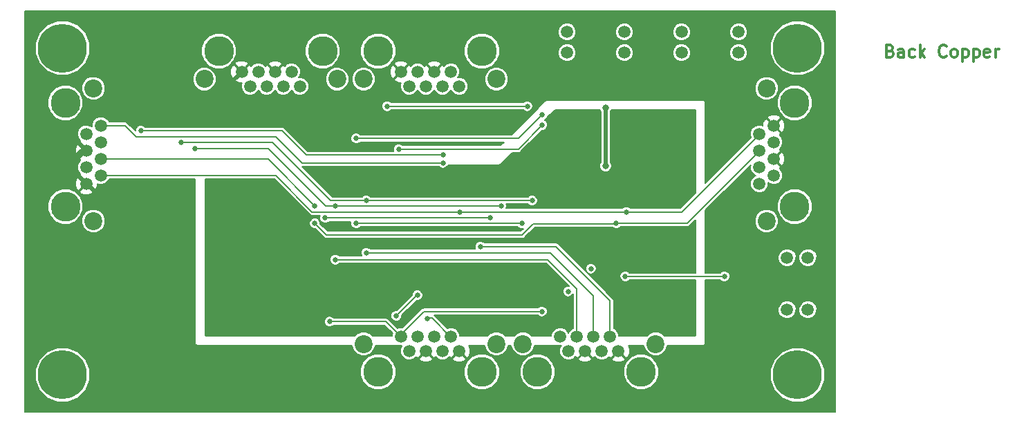
<source format=gbl>
G04 (created by PCBNEW (2013-07-07 BZR 4022)-stable) date 9/18/2013 13:06:53*
%MOIN*%
G04 Gerber Fmt 3.4, Leading zero omitted, Abs format*
%FSLAX34Y34*%
G01*
G70*
G90*
G04 APERTURE LIST*
%ADD10C,0.00590551*%
%ADD11C,0.011811*%
%ADD12C,0.0590551*%
%ADD13C,0.23622*%
%ADD14C,0.1437*%
%ADD15C,0.0591*%
%ADD16C,0.0866142*%
%ADD17C,0.0255906*%
%ADD18C,0.0314961*%
%ADD19C,0.019685*%
%ADD20C,0.00787402*%
G04 APERTURE END LIST*
G54D10*
G54D11*
X46597Y-6819D02*
X46681Y-6847D01*
X46709Y-6875D01*
X46737Y-6931D01*
X46737Y-7016D01*
X46709Y-7072D01*
X46681Y-7100D01*
X46625Y-7128D01*
X46400Y-7128D01*
X46400Y-6538D01*
X46597Y-6538D01*
X46653Y-6566D01*
X46681Y-6594D01*
X46709Y-6650D01*
X46709Y-6706D01*
X46681Y-6763D01*
X46653Y-6791D01*
X46597Y-6819D01*
X46400Y-6819D01*
X47244Y-7128D02*
X47244Y-6819D01*
X47215Y-6763D01*
X47159Y-6735D01*
X47047Y-6735D01*
X46991Y-6763D01*
X47244Y-7100D02*
X47187Y-7128D01*
X47047Y-7128D01*
X46991Y-7100D01*
X46962Y-7044D01*
X46962Y-6988D01*
X46991Y-6931D01*
X47047Y-6903D01*
X47187Y-6903D01*
X47244Y-6875D01*
X47778Y-7100D02*
X47722Y-7128D01*
X47609Y-7128D01*
X47553Y-7100D01*
X47525Y-7072D01*
X47497Y-7016D01*
X47497Y-6847D01*
X47525Y-6791D01*
X47553Y-6763D01*
X47609Y-6735D01*
X47722Y-6735D01*
X47778Y-6763D01*
X48031Y-7128D02*
X48031Y-6538D01*
X48087Y-6903D02*
X48256Y-7128D01*
X48256Y-6735D02*
X48031Y-6960D01*
X49296Y-7072D02*
X49268Y-7100D01*
X49184Y-7128D01*
X49128Y-7128D01*
X49043Y-7100D01*
X48987Y-7044D01*
X48959Y-6988D01*
X48931Y-6875D01*
X48931Y-6791D01*
X48959Y-6678D01*
X48987Y-6622D01*
X49043Y-6566D01*
X49128Y-6538D01*
X49184Y-6538D01*
X49268Y-6566D01*
X49296Y-6594D01*
X49634Y-7128D02*
X49578Y-7100D01*
X49550Y-7072D01*
X49521Y-7016D01*
X49521Y-6847D01*
X49550Y-6791D01*
X49578Y-6763D01*
X49634Y-6735D01*
X49718Y-6735D01*
X49775Y-6763D01*
X49803Y-6791D01*
X49831Y-6847D01*
X49831Y-7016D01*
X49803Y-7072D01*
X49775Y-7100D01*
X49718Y-7128D01*
X49634Y-7128D01*
X50084Y-6735D02*
X50084Y-7325D01*
X50084Y-6763D02*
X50140Y-6735D01*
X50253Y-6735D01*
X50309Y-6763D01*
X50337Y-6791D01*
X50365Y-6847D01*
X50365Y-7016D01*
X50337Y-7072D01*
X50309Y-7100D01*
X50253Y-7128D01*
X50140Y-7128D01*
X50084Y-7100D01*
X50618Y-6735D02*
X50618Y-7325D01*
X50618Y-6763D02*
X50674Y-6735D01*
X50787Y-6735D01*
X50843Y-6763D01*
X50871Y-6791D01*
X50899Y-6847D01*
X50899Y-7016D01*
X50871Y-7072D01*
X50843Y-7100D01*
X50787Y-7128D01*
X50674Y-7128D01*
X50618Y-7100D01*
X51377Y-7100D02*
X51321Y-7128D01*
X51209Y-7128D01*
X51152Y-7100D01*
X51124Y-7044D01*
X51124Y-6819D01*
X51152Y-6763D01*
X51209Y-6735D01*
X51321Y-6735D01*
X51377Y-6763D01*
X51406Y-6819D01*
X51406Y-6875D01*
X51124Y-6931D01*
X51659Y-7128D02*
X51659Y-6735D01*
X51659Y-6847D02*
X51687Y-6791D01*
X51715Y-6763D01*
X51771Y-6735D01*
X51827Y-6735D01*
G54D12*
X41625Y-16791D03*
X42625Y-16791D03*
X31023Y-6917D03*
X31023Y-5917D03*
X41625Y-19311D03*
X42625Y-19311D03*
X33779Y-6917D03*
X33779Y-5917D03*
X36535Y-6917D03*
X36535Y-5917D03*
X39291Y-6917D03*
X39291Y-5917D03*
G54D13*
X6692Y-6692D03*
X6692Y-22440D03*
X42125Y-22440D03*
X42125Y-6692D03*
G54D14*
X21909Y-6830D03*
X26909Y-6830D03*
G54D15*
X23003Y-7830D03*
X23405Y-8531D03*
X23807Y-7830D03*
X24208Y-8531D03*
X24610Y-7830D03*
X25011Y-8531D03*
X25413Y-7830D03*
X25814Y-8531D03*
G54D16*
X21208Y-8181D03*
X27610Y-8181D03*
G54D14*
X6830Y-14330D03*
X6830Y-9330D03*
G54D15*
X7830Y-13236D03*
X8531Y-12834D03*
X7830Y-12433D03*
X8531Y-12031D03*
X7830Y-11629D03*
X8531Y-11228D03*
X7830Y-10826D03*
X8531Y-10425D03*
G54D16*
X8181Y-15031D03*
X8181Y-8629D03*
G54D14*
X41988Y-9330D03*
X41988Y-14330D03*
G54D15*
X40988Y-10425D03*
X40287Y-10826D03*
X40988Y-11228D03*
X40287Y-11629D03*
X40988Y-12031D03*
X40287Y-12433D03*
X40988Y-12834D03*
X40287Y-13236D03*
G54D16*
X40637Y-8629D03*
X40637Y-15031D03*
G54D14*
X34586Y-22303D03*
X29586Y-22303D03*
G54D15*
X33492Y-21303D03*
X33090Y-20602D03*
X32688Y-21303D03*
X32287Y-20602D03*
X31885Y-21303D03*
X31484Y-20602D03*
X31082Y-21303D03*
X30681Y-20602D03*
G54D16*
X35287Y-20952D03*
X28885Y-20952D03*
G54D14*
X14232Y-6830D03*
X19232Y-6830D03*
G54D15*
X15326Y-7830D03*
X15728Y-8531D03*
X16129Y-7830D03*
X16531Y-8531D03*
X16933Y-7830D03*
X17334Y-8531D03*
X17736Y-7830D03*
X18137Y-8531D03*
G54D16*
X13531Y-8181D03*
X19933Y-8181D03*
G54D14*
X26909Y-22303D03*
X21909Y-22303D03*
G54D15*
X25814Y-21303D03*
X25413Y-20602D03*
X25011Y-21303D03*
X24610Y-20602D03*
X24208Y-21303D03*
X23807Y-20602D03*
X23405Y-21303D03*
X23003Y-20602D03*
G54D16*
X27610Y-20952D03*
X21208Y-20952D03*
G54D17*
X31062Y-18425D03*
X32165Y-17322D03*
G54D18*
X9763Y-19251D03*
X10275Y-19251D03*
X10787Y-19251D03*
G54D17*
X26830Y-16259D03*
X21338Y-16555D03*
X19842Y-16889D03*
X19566Y-19881D03*
X29803Y-19389D03*
X12401Y-11220D03*
X21338Y-14035D03*
X29330Y-14035D03*
X13070Y-11535D03*
X19842Y-14291D03*
X27834Y-14291D03*
X24271Y-19724D03*
X22783Y-19598D03*
X23799Y-18602D03*
X29823Y-10394D03*
X22893Y-11555D03*
X20846Y-11043D03*
X29822Y-9901D03*
X22342Y-9488D03*
X29094Y-9488D03*
X25826Y-14586D03*
X33877Y-14586D03*
X18858Y-14291D03*
X18858Y-15137D03*
X33385Y-15137D03*
G54D18*
X32874Y-12381D03*
X32874Y-9566D03*
G54D17*
X10472Y-10669D03*
X25039Y-11850D03*
X25039Y-12224D03*
X20846Y-15137D03*
X28838Y-15137D03*
X19350Y-14881D03*
X27322Y-14881D03*
X33818Y-17696D03*
X38602Y-17696D03*
G54D18*
X17047Y-20078D03*
X16732Y-19763D03*
X18051Y-15708D03*
X35885Y-16338D03*
X18996Y-12716D03*
X17736Y-15374D03*
X36053Y-9822D03*
X25374Y-13484D03*
X35807Y-14074D03*
G54D19*
X8937Y-18425D02*
X9763Y-19251D01*
X8937Y-18425D02*
X8937Y-17952D01*
X7881Y-13236D02*
X8937Y-14291D01*
X7830Y-13236D02*
X7881Y-13236D01*
X8937Y-17952D02*
X8937Y-14291D01*
X15326Y-7830D02*
X15326Y-7842D01*
X15326Y-7842D02*
X14153Y-9015D01*
X14153Y-9015D02*
X8858Y-9015D01*
X8858Y-9015D02*
X7204Y-10669D01*
X7830Y-11629D02*
X7622Y-11629D01*
X7622Y-11629D02*
X7244Y-12007D01*
X7244Y-12007D02*
X7244Y-12649D01*
X7244Y-12649D02*
X7830Y-13236D01*
X7204Y-11003D02*
X7830Y-11629D01*
X7204Y-10669D02*
X7204Y-11003D01*
G54D20*
X33090Y-20622D02*
X33090Y-18877D01*
X30472Y-16259D02*
X26830Y-16259D01*
X33090Y-18877D02*
X30472Y-16259D01*
X32287Y-20622D02*
X32287Y-18645D01*
X30196Y-16555D02*
X21338Y-16555D01*
X32287Y-18645D02*
X30196Y-16555D01*
X31484Y-20622D02*
X31484Y-18295D01*
X30078Y-16889D02*
X19842Y-16889D01*
X31484Y-18295D02*
X30078Y-16889D01*
X23003Y-20602D02*
X23003Y-20622D01*
X19566Y-19881D02*
X22283Y-19881D01*
X22283Y-19881D02*
X23003Y-20602D01*
X23003Y-20622D02*
X23003Y-20500D01*
X23003Y-20500D02*
X24114Y-19389D01*
X29803Y-19389D02*
X24114Y-19389D01*
X16811Y-11220D02*
X12401Y-11220D01*
X19625Y-14035D02*
X16811Y-11220D01*
X21338Y-14035D02*
X19625Y-14035D01*
X29330Y-14035D02*
X21338Y-14035D01*
X16614Y-11535D02*
X19370Y-14291D01*
X13070Y-11535D02*
X16614Y-11535D01*
X19842Y-14291D02*
X19370Y-14291D01*
X27834Y-14291D02*
X19842Y-14291D01*
X24496Y-19704D02*
X25413Y-20622D01*
X24291Y-19704D02*
X24496Y-19704D01*
X24271Y-19724D02*
X24291Y-19704D01*
X23779Y-18602D02*
X23799Y-18602D01*
X23779Y-18602D02*
X22783Y-19598D01*
X28662Y-11555D02*
X22893Y-11555D01*
X29823Y-10394D02*
X28662Y-11555D01*
X29822Y-9901D02*
X28681Y-11043D01*
X28681Y-11043D02*
X20846Y-11043D01*
X29094Y-9488D02*
X22342Y-9488D01*
X8531Y-12834D02*
X16968Y-12834D01*
X18720Y-14586D02*
X25826Y-14586D01*
X16968Y-12834D02*
X18720Y-14586D01*
X33877Y-14586D02*
X36547Y-14586D01*
X36547Y-14586D02*
X40307Y-10826D01*
X33877Y-14586D02*
X25826Y-14586D01*
X16598Y-12031D02*
X8531Y-12031D01*
X18858Y-14291D02*
X16598Y-12031D01*
X33385Y-15137D02*
X36799Y-15137D01*
X36799Y-15137D02*
X40307Y-11629D01*
X19409Y-15688D02*
X18858Y-15137D01*
X28858Y-15688D02*
X19409Y-15688D01*
X29389Y-15157D02*
X28858Y-15688D01*
X33366Y-15157D02*
X29389Y-15157D01*
X33385Y-15137D02*
X33366Y-15157D01*
G54D19*
X32874Y-9566D02*
X32874Y-12381D01*
G54D20*
X25039Y-11850D02*
X18444Y-11850D01*
X17263Y-10669D02*
X10472Y-10669D01*
X18444Y-11850D02*
X17263Y-10669D01*
X25039Y-12224D02*
X18248Y-12224D01*
X9696Y-10425D02*
X8531Y-10425D01*
X10236Y-10964D02*
X9696Y-10425D01*
X16988Y-10964D02*
X10236Y-10964D01*
X18248Y-12224D02*
X16988Y-10964D01*
X28838Y-15137D02*
X20846Y-15137D01*
X27322Y-14881D02*
X19350Y-14881D01*
X33818Y-17696D02*
X38602Y-17696D01*
G54D19*
X16732Y-19763D02*
X17736Y-18759D01*
X17736Y-18759D02*
X17736Y-16023D01*
X17736Y-16023D02*
X18051Y-15708D01*
X17736Y-16023D02*
X17736Y-15374D01*
X35807Y-10068D02*
X35807Y-14074D01*
X36053Y-9822D02*
X35807Y-10068D01*
X29842Y-13484D02*
X25374Y-13484D01*
X30433Y-14074D02*
X29842Y-13484D01*
X35807Y-14074D02*
X30433Y-14074D01*
G54D10*
G36*
X37204Y-13678D02*
X36473Y-14409D01*
X34076Y-14409D01*
X34028Y-14361D01*
X33931Y-14320D01*
X33825Y-14320D01*
X33727Y-14361D01*
X33679Y-14409D01*
X28073Y-14409D01*
X28100Y-14344D01*
X28100Y-14238D01*
X28089Y-14212D01*
X29132Y-14212D01*
X29179Y-14260D01*
X29277Y-14301D01*
X29383Y-14301D01*
X29481Y-14260D01*
X29555Y-14186D01*
X29596Y-14088D01*
X29596Y-13982D01*
X29556Y-13885D01*
X29481Y-13810D01*
X29383Y-13769D01*
X29278Y-13769D01*
X29180Y-13810D01*
X29132Y-13858D01*
X21537Y-13858D01*
X21489Y-13810D01*
X21391Y-13769D01*
X21285Y-13769D01*
X21188Y-13810D01*
X21139Y-13858D01*
X19699Y-13858D01*
X18241Y-12400D01*
X18248Y-12401D01*
X24840Y-12401D01*
X24888Y-12449D01*
X24986Y-12490D01*
X25091Y-12490D01*
X25189Y-12449D01*
X25264Y-12375D01*
X25278Y-12342D01*
X27684Y-12342D01*
X27800Y-12294D01*
X28362Y-11732D01*
X28662Y-11732D01*
X28730Y-11718D01*
X28730Y-11718D01*
X28787Y-11680D01*
X29808Y-10660D01*
X29876Y-10660D01*
X29973Y-10619D01*
X30048Y-10545D01*
X30089Y-10447D01*
X30089Y-10341D01*
X30048Y-10243D01*
X29974Y-10169D01*
X29940Y-10154D01*
X29964Y-10130D01*
X29973Y-10126D01*
X30047Y-10052D01*
X30051Y-10043D01*
X30393Y-9701D01*
X30480Y-9665D01*
X32595Y-9665D01*
X32623Y-9733D01*
X32637Y-9748D01*
X32637Y-12200D01*
X32623Y-12214D01*
X32578Y-12322D01*
X32578Y-12440D01*
X32623Y-12548D01*
X32706Y-12632D01*
X32815Y-12677D01*
X32932Y-12677D01*
X33041Y-12632D01*
X33124Y-12549D01*
X33169Y-12440D01*
X33169Y-12323D01*
X33124Y-12214D01*
X33110Y-12200D01*
X33110Y-9748D01*
X33124Y-9734D01*
X33152Y-9665D01*
X37168Y-9665D01*
X37204Y-9701D01*
X37204Y-13678D01*
X37204Y-13678D01*
G37*
G54D20*
X37204Y-13678D02*
X36473Y-14409D01*
X34076Y-14409D01*
X34028Y-14361D01*
X33931Y-14320D01*
X33825Y-14320D01*
X33727Y-14361D01*
X33679Y-14409D01*
X28073Y-14409D01*
X28100Y-14344D01*
X28100Y-14238D01*
X28089Y-14212D01*
X29132Y-14212D01*
X29179Y-14260D01*
X29277Y-14301D01*
X29383Y-14301D01*
X29481Y-14260D01*
X29555Y-14186D01*
X29596Y-14088D01*
X29596Y-13982D01*
X29556Y-13885D01*
X29481Y-13810D01*
X29383Y-13769D01*
X29278Y-13769D01*
X29180Y-13810D01*
X29132Y-13858D01*
X21537Y-13858D01*
X21489Y-13810D01*
X21391Y-13769D01*
X21285Y-13769D01*
X21188Y-13810D01*
X21139Y-13858D01*
X19699Y-13858D01*
X18241Y-12400D01*
X18248Y-12401D01*
X24840Y-12401D01*
X24888Y-12449D01*
X24986Y-12490D01*
X25091Y-12490D01*
X25189Y-12449D01*
X25264Y-12375D01*
X25278Y-12342D01*
X27684Y-12342D01*
X27800Y-12294D01*
X28362Y-11732D01*
X28662Y-11732D01*
X28730Y-11718D01*
X28730Y-11718D01*
X28787Y-11680D01*
X29808Y-10660D01*
X29876Y-10660D01*
X29973Y-10619D01*
X30048Y-10545D01*
X30089Y-10447D01*
X30089Y-10341D01*
X30048Y-10243D01*
X29974Y-10169D01*
X29940Y-10154D01*
X29964Y-10130D01*
X29973Y-10126D01*
X30047Y-10052D01*
X30051Y-10043D01*
X30393Y-9701D01*
X30480Y-9665D01*
X32595Y-9665D01*
X32623Y-9733D01*
X32637Y-9748D01*
X32637Y-12200D01*
X32623Y-12214D01*
X32578Y-12322D01*
X32578Y-12440D01*
X32623Y-12548D01*
X32706Y-12632D01*
X32815Y-12677D01*
X32932Y-12677D01*
X33041Y-12632D01*
X33124Y-12549D01*
X33169Y-12440D01*
X33169Y-12323D01*
X33124Y-12214D01*
X33110Y-12200D01*
X33110Y-9748D01*
X33124Y-9734D01*
X33152Y-9665D01*
X37168Y-9665D01*
X37204Y-9701D01*
X37204Y-13678D01*
G54D10*
G36*
X37204Y-20534D02*
X37168Y-20570D01*
X35712Y-20570D01*
X35611Y-20469D01*
X35401Y-20381D01*
X35174Y-20381D01*
X34964Y-20468D01*
X34861Y-20570D01*
X33523Y-20570D01*
X33523Y-20516D01*
X33458Y-20357D01*
X33336Y-20235D01*
X33267Y-20206D01*
X33267Y-18877D01*
X33254Y-18810D01*
X33215Y-18752D01*
X32431Y-17968D01*
X32431Y-17270D01*
X32390Y-17172D01*
X32316Y-17097D01*
X32218Y-17057D01*
X32112Y-17057D01*
X32015Y-17097D01*
X31940Y-17172D01*
X31899Y-17269D01*
X31899Y-17375D01*
X31939Y-17473D01*
X32014Y-17547D01*
X32112Y-17588D01*
X32217Y-17588D01*
X32315Y-17548D01*
X32390Y-17473D01*
X32431Y-17375D01*
X32431Y-17270D01*
X32431Y-17968D01*
X30597Y-16134D01*
X30540Y-16096D01*
X30472Y-16082D01*
X27029Y-16082D01*
X26981Y-16034D01*
X26883Y-15994D01*
X26778Y-15994D01*
X26680Y-16034D01*
X26605Y-16109D01*
X26565Y-16206D01*
X26564Y-16312D01*
X26591Y-16377D01*
X21537Y-16377D01*
X21489Y-16329D01*
X21391Y-16289D01*
X21285Y-16289D01*
X21188Y-16329D01*
X21113Y-16404D01*
X21072Y-16502D01*
X21072Y-16607D01*
X21113Y-16705D01*
X21120Y-16712D01*
X20041Y-16712D01*
X19993Y-16664D01*
X19895Y-16624D01*
X19789Y-16623D01*
X19692Y-16664D01*
X19617Y-16739D01*
X19576Y-16836D01*
X19576Y-16942D01*
X19617Y-17040D01*
X19691Y-17114D01*
X19789Y-17155D01*
X19895Y-17155D01*
X19992Y-17115D01*
X20041Y-17066D01*
X30005Y-17066D01*
X31097Y-18159D01*
X31010Y-18159D01*
X30912Y-18199D01*
X30837Y-18274D01*
X30797Y-18372D01*
X30797Y-18477D01*
X30837Y-18575D01*
X30912Y-18650D01*
X31009Y-18690D01*
X31115Y-18690D01*
X31213Y-18650D01*
X31288Y-18575D01*
X31307Y-18530D01*
X31307Y-20206D01*
X31239Y-20234D01*
X31117Y-20356D01*
X31082Y-20439D01*
X31048Y-20357D01*
X30926Y-20235D01*
X30767Y-20169D01*
X30595Y-20168D01*
X30435Y-20234D01*
X30313Y-20356D01*
X30247Y-20515D01*
X30247Y-20570D01*
X29311Y-20570D01*
X29209Y-20469D01*
X28999Y-20381D01*
X28772Y-20381D01*
X28562Y-20468D01*
X28460Y-20570D01*
X28035Y-20570D01*
X27934Y-20469D01*
X27724Y-20381D01*
X27497Y-20381D01*
X27287Y-20468D01*
X27184Y-20570D01*
X25846Y-20570D01*
X25846Y-20516D01*
X25780Y-20357D01*
X25659Y-20235D01*
X25499Y-20169D01*
X25327Y-20168D01*
X25245Y-20203D01*
X24621Y-19579D01*
X24602Y-19566D01*
X29604Y-19566D01*
X29652Y-19614D01*
X29750Y-19655D01*
X29855Y-19655D01*
X29953Y-19615D01*
X30028Y-19540D01*
X30068Y-19442D01*
X30068Y-19337D01*
X30028Y-19239D01*
X29953Y-19164D01*
X29856Y-19124D01*
X29750Y-19123D01*
X29652Y-19164D01*
X29604Y-19212D01*
X24114Y-19212D01*
X24065Y-19222D01*
X24065Y-18549D01*
X24024Y-18452D01*
X23949Y-18377D01*
X23852Y-18336D01*
X23746Y-18336D01*
X23648Y-18376D01*
X23574Y-18451D01*
X23533Y-18549D01*
X23533Y-18597D01*
X22798Y-19332D01*
X22730Y-19332D01*
X22633Y-19373D01*
X22558Y-19447D01*
X22517Y-19545D01*
X22517Y-19651D01*
X22558Y-19748D01*
X22632Y-19823D01*
X22730Y-19864D01*
X22836Y-19864D01*
X22933Y-19823D01*
X23008Y-19749D01*
X23049Y-19651D01*
X23049Y-19583D01*
X23764Y-18868D01*
X23851Y-18868D01*
X23949Y-18827D01*
X24024Y-18753D01*
X24064Y-18655D01*
X24065Y-18549D01*
X24065Y-19222D01*
X24046Y-19226D01*
X23988Y-19264D01*
X23084Y-20169D01*
X22918Y-20168D01*
X22849Y-20197D01*
X22408Y-19756D01*
X22351Y-19718D01*
X22283Y-19704D01*
X19765Y-19704D01*
X19717Y-19656D01*
X19620Y-19616D01*
X19514Y-19616D01*
X19416Y-19656D01*
X19341Y-19731D01*
X19301Y-19828D01*
X19301Y-19934D01*
X19341Y-20032D01*
X19416Y-20107D01*
X19513Y-20147D01*
X19619Y-20147D01*
X19717Y-20107D01*
X19765Y-20059D01*
X22210Y-20059D01*
X22598Y-20447D01*
X22570Y-20515D01*
X22570Y-20570D01*
X21634Y-20570D01*
X21532Y-20469D01*
X21322Y-20381D01*
X21095Y-20381D01*
X20885Y-20468D01*
X20783Y-20570D01*
X13598Y-20570D01*
X13562Y-20534D01*
X13562Y-13011D01*
X16895Y-13011D01*
X18595Y-14711D01*
X18652Y-14750D01*
X18720Y-14763D01*
X19111Y-14763D01*
X19084Y-14828D01*
X19084Y-14934D01*
X19124Y-15032D01*
X19199Y-15107D01*
X19297Y-15147D01*
X19403Y-15147D01*
X19500Y-15107D01*
X19549Y-15059D01*
X20591Y-15059D01*
X20580Y-15084D01*
X20580Y-15190D01*
X20621Y-15288D01*
X20695Y-15362D01*
X20793Y-15403D01*
X20899Y-15403D01*
X20996Y-15363D01*
X21045Y-15314D01*
X28639Y-15314D01*
X28687Y-15362D01*
X28785Y-15403D01*
X28891Y-15403D01*
X28894Y-15402D01*
X28784Y-15511D01*
X19482Y-15511D01*
X19124Y-15152D01*
X19124Y-15085D01*
X19083Y-14987D01*
X19008Y-14912D01*
X18911Y-14872D01*
X18805Y-14872D01*
X18707Y-14912D01*
X18633Y-14987D01*
X18592Y-15084D01*
X18592Y-15190D01*
X18632Y-15288D01*
X18707Y-15362D01*
X18805Y-15403D01*
X18873Y-15403D01*
X19284Y-15814D01*
X19284Y-15814D01*
X19341Y-15852D01*
X19409Y-15866D01*
X19409Y-15866D01*
X28858Y-15866D01*
X28926Y-15852D01*
X28926Y-15852D01*
X28983Y-15814D01*
X29463Y-15334D01*
X33206Y-15334D01*
X33235Y-15362D01*
X33332Y-15403D01*
X33438Y-15403D01*
X33536Y-15363D01*
X33584Y-15314D01*
X36799Y-15314D01*
X36867Y-15301D01*
X36867Y-15301D01*
X36924Y-15263D01*
X37204Y-14982D01*
X37204Y-17519D01*
X34017Y-17519D01*
X33969Y-17471D01*
X33871Y-17431D01*
X33766Y-17431D01*
X33668Y-17471D01*
X33593Y-17546D01*
X33553Y-17643D01*
X33553Y-17749D01*
X33593Y-17847D01*
X33668Y-17922D01*
X33765Y-17962D01*
X33871Y-17962D01*
X33969Y-17922D01*
X34017Y-17874D01*
X37204Y-17874D01*
X37204Y-20534D01*
X37204Y-20534D01*
G37*
G54D20*
X37204Y-20534D02*
X37168Y-20570D01*
X35712Y-20570D01*
X35611Y-20469D01*
X35401Y-20381D01*
X35174Y-20381D01*
X34964Y-20468D01*
X34861Y-20570D01*
X33523Y-20570D01*
X33523Y-20516D01*
X33458Y-20357D01*
X33336Y-20235D01*
X33267Y-20206D01*
X33267Y-18877D01*
X33254Y-18810D01*
X33215Y-18752D01*
X32431Y-17968D01*
X32431Y-17270D01*
X32390Y-17172D01*
X32316Y-17097D01*
X32218Y-17057D01*
X32112Y-17057D01*
X32015Y-17097D01*
X31940Y-17172D01*
X31899Y-17269D01*
X31899Y-17375D01*
X31939Y-17473D01*
X32014Y-17547D01*
X32112Y-17588D01*
X32217Y-17588D01*
X32315Y-17548D01*
X32390Y-17473D01*
X32431Y-17375D01*
X32431Y-17270D01*
X32431Y-17968D01*
X30597Y-16134D01*
X30540Y-16096D01*
X30472Y-16082D01*
X27029Y-16082D01*
X26981Y-16034D01*
X26883Y-15994D01*
X26778Y-15994D01*
X26680Y-16034D01*
X26605Y-16109D01*
X26565Y-16206D01*
X26564Y-16312D01*
X26591Y-16377D01*
X21537Y-16377D01*
X21489Y-16329D01*
X21391Y-16289D01*
X21285Y-16289D01*
X21188Y-16329D01*
X21113Y-16404D01*
X21072Y-16502D01*
X21072Y-16607D01*
X21113Y-16705D01*
X21120Y-16712D01*
X20041Y-16712D01*
X19993Y-16664D01*
X19895Y-16624D01*
X19789Y-16623D01*
X19692Y-16664D01*
X19617Y-16739D01*
X19576Y-16836D01*
X19576Y-16942D01*
X19617Y-17040D01*
X19691Y-17114D01*
X19789Y-17155D01*
X19895Y-17155D01*
X19992Y-17115D01*
X20041Y-17066D01*
X30005Y-17066D01*
X31097Y-18159D01*
X31010Y-18159D01*
X30912Y-18199D01*
X30837Y-18274D01*
X30797Y-18372D01*
X30797Y-18477D01*
X30837Y-18575D01*
X30912Y-18650D01*
X31009Y-18690D01*
X31115Y-18690D01*
X31213Y-18650D01*
X31288Y-18575D01*
X31307Y-18530D01*
X31307Y-20206D01*
X31239Y-20234D01*
X31117Y-20356D01*
X31082Y-20439D01*
X31048Y-20357D01*
X30926Y-20235D01*
X30767Y-20169D01*
X30595Y-20168D01*
X30435Y-20234D01*
X30313Y-20356D01*
X30247Y-20515D01*
X30247Y-20570D01*
X29311Y-20570D01*
X29209Y-20469D01*
X28999Y-20381D01*
X28772Y-20381D01*
X28562Y-20468D01*
X28460Y-20570D01*
X28035Y-20570D01*
X27934Y-20469D01*
X27724Y-20381D01*
X27497Y-20381D01*
X27287Y-20468D01*
X27184Y-20570D01*
X25846Y-20570D01*
X25846Y-20516D01*
X25780Y-20357D01*
X25659Y-20235D01*
X25499Y-20169D01*
X25327Y-20168D01*
X25245Y-20203D01*
X24621Y-19579D01*
X24602Y-19566D01*
X29604Y-19566D01*
X29652Y-19614D01*
X29750Y-19655D01*
X29855Y-19655D01*
X29953Y-19615D01*
X30028Y-19540D01*
X30068Y-19442D01*
X30068Y-19337D01*
X30028Y-19239D01*
X29953Y-19164D01*
X29856Y-19124D01*
X29750Y-19123D01*
X29652Y-19164D01*
X29604Y-19212D01*
X24114Y-19212D01*
X24065Y-19222D01*
X24065Y-18549D01*
X24024Y-18452D01*
X23949Y-18377D01*
X23852Y-18336D01*
X23746Y-18336D01*
X23648Y-18376D01*
X23574Y-18451D01*
X23533Y-18549D01*
X23533Y-18597D01*
X22798Y-19332D01*
X22730Y-19332D01*
X22633Y-19373D01*
X22558Y-19447D01*
X22517Y-19545D01*
X22517Y-19651D01*
X22558Y-19748D01*
X22632Y-19823D01*
X22730Y-19864D01*
X22836Y-19864D01*
X22933Y-19823D01*
X23008Y-19749D01*
X23049Y-19651D01*
X23049Y-19583D01*
X23764Y-18868D01*
X23851Y-18868D01*
X23949Y-18827D01*
X24024Y-18753D01*
X24064Y-18655D01*
X24065Y-18549D01*
X24065Y-19222D01*
X24046Y-19226D01*
X23988Y-19264D01*
X23084Y-20169D01*
X22918Y-20168D01*
X22849Y-20197D01*
X22408Y-19756D01*
X22351Y-19718D01*
X22283Y-19704D01*
X19765Y-19704D01*
X19717Y-19656D01*
X19620Y-19616D01*
X19514Y-19616D01*
X19416Y-19656D01*
X19341Y-19731D01*
X19301Y-19828D01*
X19301Y-19934D01*
X19341Y-20032D01*
X19416Y-20107D01*
X19513Y-20147D01*
X19619Y-20147D01*
X19717Y-20107D01*
X19765Y-20059D01*
X22210Y-20059D01*
X22598Y-20447D01*
X22570Y-20515D01*
X22570Y-20570D01*
X21634Y-20570D01*
X21532Y-20469D01*
X21322Y-20381D01*
X21095Y-20381D01*
X20885Y-20468D01*
X20783Y-20570D01*
X13598Y-20570D01*
X13562Y-20534D01*
X13562Y-13011D01*
X16895Y-13011D01*
X18595Y-14711D01*
X18652Y-14750D01*
X18720Y-14763D01*
X19111Y-14763D01*
X19084Y-14828D01*
X19084Y-14934D01*
X19124Y-15032D01*
X19199Y-15107D01*
X19297Y-15147D01*
X19403Y-15147D01*
X19500Y-15107D01*
X19549Y-15059D01*
X20591Y-15059D01*
X20580Y-15084D01*
X20580Y-15190D01*
X20621Y-15288D01*
X20695Y-15362D01*
X20793Y-15403D01*
X20899Y-15403D01*
X20996Y-15363D01*
X21045Y-15314D01*
X28639Y-15314D01*
X28687Y-15362D01*
X28785Y-15403D01*
X28891Y-15403D01*
X28894Y-15402D01*
X28784Y-15511D01*
X19482Y-15511D01*
X19124Y-15152D01*
X19124Y-15085D01*
X19083Y-14987D01*
X19008Y-14912D01*
X18911Y-14872D01*
X18805Y-14872D01*
X18707Y-14912D01*
X18633Y-14987D01*
X18592Y-15084D01*
X18592Y-15190D01*
X18632Y-15288D01*
X18707Y-15362D01*
X18805Y-15403D01*
X18873Y-15403D01*
X19284Y-15814D01*
X19284Y-15814D01*
X19341Y-15852D01*
X19409Y-15866D01*
X19409Y-15866D01*
X28858Y-15866D01*
X28926Y-15852D01*
X28926Y-15852D01*
X28983Y-15814D01*
X29463Y-15334D01*
X33206Y-15334D01*
X33235Y-15362D01*
X33332Y-15403D01*
X33438Y-15403D01*
X33536Y-15363D01*
X33584Y-15314D01*
X36799Y-15314D01*
X36867Y-15301D01*
X36867Y-15301D01*
X36924Y-15263D01*
X37204Y-14982D01*
X37204Y-17519D01*
X34017Y-17519D01*
X33969Y-17471D01*
X33871Y-17431D01*
X33766Y-17431D01*
X33668Y-17471D01*
X33593Y-17546D01*
X33553Y-17643D01*
X33553Y-17749D01*
X33593Y-17847D01*
X33668Y-17922D01*
X33765Y-17962D01*
X33871Y-17962D01*
X33969Y-17922D01*
X34017Y-17874D01*
X37204Y-17874D01*
X37204Y-20534D01*
G54D10*
G36*
X43927Y-24242D02*
X43445Y-24242D01*
X43445Y-22179D01*
X43445Y-6431D01*
X43244Y-5946D01*
X42874Y-5575D01*
X42389Y-5374D01*
X41864Y-5373D01*
X41379Y-5574D01*
X41008Y-5944D01*
X40807Y-6429D01*
X40806Y-6954D01*
X41007Y-7439D01*
X41377Y-7810D01*
X41862Y-8011D01*
X42387Y-8012D01*
X42872Y-7811D01*
X43243Y-7440D01*
X43444Y-6956D01*
X43445Y-6431D01*
X43445Y-22179D01*
X43244Y-21694D01*
X43059Y-21508D01*
X43059Y-19225D01*
X43059Y-16705D01*
X42993Y-16546D01*
X42871Y-16424D01*
X42844Y-16413D01*
X42844Y-14161D01*
X42844Y-9161D01*
X42714Y-8846D01*
X42473Y-8605D01*
X42159Y-8474D01*
X41818Y-8474D01*
X41503Y-8604D01*
X41262Y-8845D01*
X41208Y-8974D01*
X41208Y-8516D01*
X41122Y-8306D01*
X40961Y-8146D01*
X40751Y-8059D01*
X40524Y-8058D01*
X40314Y-8145D01*
X40154Y-8306D01*
X40067Y-8515D01*
X40066Y-8742D01*
X40153Y-8952D01*
X40314Y-9113D01*
X40523Y-9200D01*
X40750Y-9200D01*
X40960Y-9114D01*
X41121Y-8953D01*
X41208Y-8743D01*
X41208Y-8516D01*
X41208Y-8974D01*
X41132Y-9159D01*
X41131Y-9500D01*
X41261Y-9815D01*
X41502Y-10056D01*
X41817Y-10186D01*
X42157Y-10187D01*
X42472Y-10057D01*
X42713Y-9816D01*
X42844Y-9501D01*
X42844Y-9161D01*
X42844Y-14161D01*
X42714Y-13846D01*
X42473Y-13605D01*
X42159Y-13474D01*
X41818Y-13474D01*
X41523Y-13596D01*
X41523Y-11926D01*
X41523Y-10320D01*
X41442Y-10123D01*
X41440Y-10120D01*
X41345Y-10096D01*
X41317Y-10123D01*
X41317Y-10068D01*
X41292Y-9972D01*
X41096Y-9890D01*
X40883Y-9889D01*
X40686Y-9970D01*
X40683Y-9972D01*
X40659Y-10068D01*
X40988Y-10397D01*
X41317Y-10068D01*
X41317Y-10123D01*
X41016Y-10425D01*
X41345Y-10754D01*
X41440Y-10729D01*
X41522Y-10533D01*
X41523Y-10320D01*
X41523Y-11926D01*
X41442Y-11729D01*
X41440Y-11727D01*
X41345Y-11702D01*
X41016Y-12031D01*
X41345Y-12360D01*
X41440Y-12335D01*
X41522Y-12139D01*
X41523Y-11926D01*
X41523Y-13596D01*
X41503Y-13604D01*
X41421Y-13686D01*
X41421Y-12748D01*
X41355Y-12589D01*
X41263Y-12496D01*
X41289Y-12485D01*
X41292Y-12483D01*
X41317Y-12388D01*
X40988Y-12059D01*
X40982Y-12064D01*
X40954Y-12037D01*
X40960Y-12031D01*
X40954Y-12025D01*
X40982Y-11998D01*
X40988Y-12003D01*
X41317Y-11674D01*
X41292Y-11579D01*
X41262Y-11566D01*
X41355Y-11474D01*
X41421Y-11314D01*
X41421Y-11142D01*
X41355Y-10983D01*
X41263Y-10890D01*
X41289Y-10879D01*
X41292Y-10877D01*
X41317Y-10782D01*
X40988Y-10453D01*
X40982Y-10458D01*
X40954Y-10430D01*
X40960Y-10425D01*
X40631Y-10096D01*
X40535Y-10120D01*
X40453Y-10317D01*
X40453Y-10426D01*
X40373Y-10393D01*
X40201Y-10393D01*
X40042Y-10459D01*
X39920Y-10581D01*
X39854Y-10740D01*
X39854Y-10912D01*
X39888Y-10995D01*
X39724Y-11158D01*
X39724Y-6831D01*
X39724Y-5831D01*
X39658Y-5672D01*
X39536Y-5550D01*
X39377Y-5484D01*
X39205Y-5484D01*
X39046Y-5549D01*
X38924Y-5671D01*
X38858Y-5830D01*
X38858Y-6003D01*
X38923Y-6162D01*
X39045Y-6284D01*
X39204Y-6350D01*
X39377Y-6350D01*
X39536Y-6284D01*
X39658Y-6162D01*
X39724Y-6003D01*
X39724Y-5831D01*
X39724Y-6831D01*
X39658Y-6672D01*
X39536Y-6550D01*
X39377Y-6484D01*
X39205Y-6484D01*
X39046Y-6549D01*
X38924Y-6671D01*
X38858Y-6830D01*
X38858Y-7003D01*
X38923Y-7162D01*
X39045Y-7284D01*
X39204Y-7350D01*
X39377Y-7350D01*
X39536Y-7284D01*
X39658Y-7162D01*
X39724Y-7003D01*
X39724Y-6831D01*
X39724Y-11158D01*
X37677Y-13206D01*
X37677Y-9275D01*
X37595Y-9192D01*
X36968Y-9192D01*
X36968Y-6831D01*
X36968Y-5831D01*
X36902Y-5672D01*
X36781Y-5550D01*
X36621Y-5484D01*
X36449Y-5484D01*
X36290Y-5549D01*
X36168Y-5671D01*
X36102Y-5830D01*
X36102Y-6003D01*
X36168Y-6162D01*
X36289Y-6284D01*
X36448Y-6350D01*
X36621Y-6350D01*
X36780Y-6284D01*
X36902Y-6162D01*
X36968Y-6003D01*
X36968Y-5831D01*
X36968Y-6831D01*
X36902Y-6672D01*
X36781Y-6550D01*
X36621Y-6484D01*
X36449Y-6484D01*
X36290Y-6549D01*
X36168Y-6671D01*
X36102Y-6830D01*
X36102Y-7003D01*
X36168Y-7162D01*
X36289Y-7284D01*
X36448Y-7350D01*
X36621Y-7350D01*
X36780Y-7284D01*
X36902Y-7162D01*
X36968Y-7003D01*
X36968Y-6831D01*
X36968Y-9192D01*
X34212Y-9192D01*
X34212Y-6831D01*
X34212Y-5831D01*
X34146Y-5672D01*
X34025Y-5550D01*
X33866Y-5484D01*
X33693Y-5484D01*
X33534Y-5549D01*
X33412Y-5671D01*
X33346Y-5830D01*
X33346Y-6003D01*
X33412Y-6162D01*
X33533Y-6284D01*
X33693Y-6350D01*
X33865Y-6350D01*
X34024Y-6284D01*
X34146Y-6162D01*
X34212Y-6003D01*
X34212Y-5831D01*
X34212Y-6831D01*
X34146Y-6672D01*
X34025Y-6550D01*
X33866Y-6484D01*
X33693Y-6484D01*
X33534Y-6549D01*
X33412Y-6671D01*
X33346Y-6830D01*
X33346Y-7003D01*
X33412Y-7162D01*
X33533Y-7284D01*
X33693Y-7350D01*
X33865Y-7350D01*
X34024Y-7284D01*
X34146Y-7162D01*
X34212Y-7003D01*
X34212Y-6831D01*
X34212Y-9192D01*
X31456Y-9192D01*
X31456Y-6831D01*
X31456Y-5831D01*
X31390Y-5672D01*
X31269Y-5550D01*
X31110Y-5484D01*
X30937Y-5484D01*
X30778Y-5549D01*
X30656Y-5671D01*
X30590Y-5830D01*
X30590Y-6003D01*
X30656Y-6162D01*
X30777Y-6284D01*
X30937Y-6350D01*
X31109Y-6350D01*
X31268Y-6284D01*
X31390Y-6162D01*
X31456Y-6003D01*
X31456Y-5831D01*
X31456Y-6831D01*
X31390Y-6672D01*
X31269Y-6550D01*
X31110Y-6484D01*
X30937Y-6484D01*
X30778Y-6549D01*
X30656Y-6671D01*
X30590Y-6830D01*
X30590Y-7003D01*
X30656Y-7162D01*
X30777Y-7284D01*
X30937Y-7350D01*
X31109Y-7350D01*
X31268Y-7284D01*
X31390Y-7162D01*
X31456Y-7003D01*
X31456Y-6831D01*
X31456Y-9192D01*
X30070Y-9192D01*
X29955Y-9240D01*
X29360Y-9836D01*
X29360Y-9435D01*
X29319Y-9337D01*
X29245Y-9263D01*
X29147Y-9222D01*
X29041Y-9222D01*
X28944Y-9262D01*
X28895Y-9311D01*
X28181Y-9311D01*
X28181Y-8068D01*
X28094Y-7858D01*
X27934Y-7697D01*
X27765Y-7627D01*
X27765Y-6661D01*
X27635Y-6346D01*
X27395Y-6105D01*
X27080Y-5974D01*
X26739Y-5974D01*
X26425Y-6104D01*
X26183Y-6345D01*
X26053Y-6659D01*
X26053Y-7000D01*
X26183Y-7315D01*
X26423Y-7556D01*
X26738Y-7686D01*
X27079Y-7687D01*
X27393Y-7557D01*
X27634Y-7316D01*
X27765Y-7001D01*
X27765Y-6661D01*
X27765Y-7627D01*
X27724Y-7610D01*
X27497Y-7610D01*
X27287Y-7696D01*
X27126Y-7857D01*
X27039Y-8067D01*
X27039Y-8294D01*
X27125Y-8504D01*
X27286Y-8664D01*
X27496Y-8751D01*
X27723Y-8752D01*
X27933Y-8665D01*
X28093Y-8504D01*
X28181Y-8295D01*
X28181Y-8068D01*
X28181Y-9311D01*
X26248Y-9311D01*
X26248Y-8445D01*
X26182Y-8286D01*
X26060Y-8164D01*
X25901Y-8098D01*
X25758Y-8098D01*
X25780Y-8076D01*
X25846Y-7917D01*
X25846Y-7744D01*
X25780Y-7585D01*
X25659Y-7463D01*
X25499Y-7397D01*
X25327Y-7397D01*
X25168Y-7463D01*
X25075Y-7555D01*
X25064Y-7529D01*
X25062Y-7526D01*
X24967Y-7501D01*
X24939Y-7529D01*
X24939Y-7473D01*
X24914Y-7378D01*
X24718Y-7296D01*
X24505Y-7295D01*
X24308Y-7376D01*
X24305Y-7378D01*
X24281Y-7473D01*
X24610Y-7802D01*
X24939Y-7473D01*
X24939Y-7529D01*
X24638Y-7830D01*
X24643Y-7836D01*
X24615Y-7864D01*
X24610Y-7858D01*
X24604Y-7864D01*
X24576Y-7836D01*
X24582Y-7830D01*
X24253Y-7501D01*
X24157Y-7526D01*
X24145Y-7556D01*
X24052Y-7463D01*
X23893Y-7397D01*
X23721Y-7397D01*
X23561Y-7463D01*
X23469Y-7555D01*
X23458Y-7529D01*
X23456Y-7526D01*
X23360Y-7501D01*
X23333Y-7529D01*
X23333Y-7473D01*
X23308Y-7378D01*
X23112Y-7296D01*
X22899Y-7295D01*
X22765Y-7350D01*
X22765Y-6661D01*
X22635Y-6346D01*
X22395Y-6105D01*
X22080Y-5974D01*
X21739Y-5974D01*
X21425Y-6104D01*
X21183Y-6345D01*
X21053Y-6659D01*
X21053Y-7000D01*
X21183Y-7315D01*
X21423Y-7556D01*
X21738Y-7686D01*
X22079Y-7687D01*
X22393Y-7557D01*
X22634Y-7316D01*
X22765Y-7001D01*
X22765Y-6661D01*
X22765Y-7350D01*
X22702Y-7376D01*
X22699Y-7378D01*
X22674Y-7473D01*
X23003Y-7802D01*
X23333Y-7473D01*
X23333Y-7529D01*
X23031Y-7830D01*
X23037Y-7836D01*
X23009Y-7864D01*
X23003Y-7858D01*
X22976Y-7886D01*
X22976Y-7830D01*
X22646Y-7501D01*
X22551Y-7526D01*
X22469Y-7722D01*
X22468Y-7935D01*
X22549Y-8132D01*
X22551Y-8135D01*
X22646Y-8159D01*
X22976Y-7830D01*
X22976Y-7886D01*
X22674Y-8187D01*
X22699Y-8283D01*
X22895Y-8365D01*
X23005Y-8365D01*
X22972Y-8444D01*
X22972Y-8617D01*
X23037Y-8776D01*
X23159Y-8898D01*
X23318Y-8964D01*
X23491Y-8964D01*
X23650Y-8899D01*
X23772Y-8777D01*
X23807Y-8694D01*
X23841Y-8776D01*
X23962Y-8898D01*
X24122Y-8964D01*
X24294Y-8964D01*
X24453Y-8899D01*
X24575Y-8777D01*
X24610Y-8694D01*
X24644Y-8776D01*
X24766Y-8898D01*
X24925Y-8964D01*
X25097Y-8964D01*
X25256Y-8899D01*
X25378Y-8777D01*
X25413Y-8694D01*
X25447Y-8776D01*
X25569Y-8898D01*
X25728Y-8964D01*
X25900Y-8964D01*
X26060Y-8899D01*
X26182Y-8777D01*
X26248Y-8618D01*
X26248Y-8445D01*
X26248Y-9311D01*
X22541Y-9311D01*
X22493Y-9263D01*
X22395Y-9222D01*
X22289Y-9222D01*
X22192Y-9262D01*
X22117Y-9337D01*
X22076Y-9435D01*
X22076Y-9540D01*
X22117Y-9638D01*
X22191Y-9713D01*
X22289Y-9753D01*
X22395Y-9753D01*
X22492Y-9713D01*
X22541Y-9665D01*
X28895Y-9665D01*
X28943Y-9713D01*
X29041Y-9753D01*
X29147Y-9753D01*
X29244Y-9713D01*
X29319Y-9638D01*
X29360Y-9541D01*
X29360Y-9435D01*
X29360Y-9836D01*
X28330Y-10866D01*
X21779Y-10866D01*
X21779Y-8068D01*
X21692Y-7858D01*
X21532Y-7697D01*
X21322Y-7610D01*
X21095Y-7610D01*
X20885Y-7696D01*
X20724Y-7857D01*
X20637Y-8067D01*
X20637Y-8294D01*
X20724Y-8504D01*
X20884Y-8664D01*
X21094Y-8751D01*
X21321Y-8752D01*
X21531Y-8665D01*
X21692Y-8504D01*
X21779Y-8295D01*
X21779Y-8068D01*
X21779Y-10866D01*
X21045Y-10866D01*
X20997Y-10818D01*
X20899Y-10777D01*
X20793Y-10777D01*
X20696Y-10817D01*
X20621Y-10892D01*
X20580Y-10990D01*
X20580Y-11095D01*
X20621Y-11193D01*
X20695Y-11268D01*
X20793Y-11309D01*
X20899Y-11309D01*
X20996Y-11268D01*
X21045Y-11220D01*
X27975Y-11220D01*
X27818Y-11377D01*
X23092Y-11377D01*
X23044Y-11329D01*
X22946Y-11289D01*
X22841Y-11289D01*
X22743Y-11329D01*
X22668Y-11404D01*
X22627Y-11502D01*
X22627Y-11607D01*
X22654Y-11673D01*
X20504Y-11673D01*
X20504Y-8068D01*
X20417Y-7858D01*
X20256Y-7697D01*
X20088Y-7627D01*
X20088Y-6661D01*
X19958Y-6346D01*
X19717Y-6105D01*
X19403Y-5974D01*
X19062Y-5974D01*
X18747Y-6104D01*
X18506Y-6345D01*
X18376Y-6659D01*
X18375Y-7000D01*
X18505Y-7315D01*
X18746Y-7556D01*
X19061Y-7686D01*
X19401Y-7687D01*
X19716Y-7557D01*
X19957Y-7316D01*
X20088Y-7001D01*
X20088Y-6661D01*
X20088Y-7627D01*
X20047Y-7610D01*
X19820Y-7610D01*
X19610Y-7696D01*
X19449Y-7857D01*
X19362Y-8067D01*
X19362Y-8294D01*
X19448Y-8504D01*
X19609Y-8664D01*
X19819Y-8751D01*
X20046Y-8752D01*
X20256Y-8665D01*
X20416Y-8504D01*
X20503Y-8295D01*
X20504Y-8068D01*
X20504Y-11673D01*
X18571Y-11673D01*
X18571Y-8445D01*
X18505Y-8286D01*
X18383Y-8164D01*
X18224Y-8098D01*
X18081Y-8098D01*
X18103Y-8076D01*
X18169Y-7917D01*
X18169Y-7744D01*
X18103Y-7585D01*
X17981Y-7463D01*
X17822Y-7397D01*
X17650Y-7397D01*
X17491Y-7463D01*
X17398Y-7555D01*
X17387Y-7529D01*
X17385Y-7526D01*
X17290Y-7501D01*
X17262Y-7529D01*
X17262Y-7473D01*
X17237Y-7378D01*
X17041Y-7296D01*
X16828Y-7295D01*
X16631Y-7376D01*
X16628Y-7378D01*
X16603Y-7473D01*
X16933Y-7802D01*
X17262Y-7473D01*
X17262Y-7529D01*
X16960Y-7830D01*
X16966Y-7836D01*
X16938Y-7864D01*
X16933Y-7858D01*
X16927Y-7864D01*
X16899Y-7836D01*
X16905Y-7830D01*
X16576Y-7501D01*
X16480Y-7526D01*
X16468Y-7556D01*
X16375Y-7463D01*
X16216Y-7397D01*
X16044Y-7397D01*
X15884Y-7463D01*
X15792Y-7555D01*
X15781Y-7529D01*
X15779Y-7526D01*
X15683Y-7501D01*
X15655Y-7529D01*
X15655Y-7473D01*
X15631Y-7378D01*
X15434Y-7296D01*
X15222Y-7295D01*
X15088Y-7350D01*
X15088Y-6661D01*
X14958Y-6346D01*
X14717Y-6105D01*
X14403Y-5974D01*
X14062Y-5974D01*
X13747Y-6104D01*
X13506Y-6345D01*
X13376Y-6659D01*
X13375Y-7000D01*
X13505Y-7315D01*
X13746Y-7556D01*
X14061Y-7686D01*
X14401Y-7687D01*
X14716Y-7557D01*
X14957Y-7316D01*
X15088Y-7001D01*
X15088Y-6661D01*
X15088Y-7350D01*
X15025Y-7376D01*
X15022Y-7378D01*
X14997Y-7473D01*
X15326Y-7802D01*
X15655Y-7473D01*
X15655Y-7529D01*
X15354Y-7830D01*
X15360Y-7836D01*
X15332Y-7864D01*
X15326Y-7858D01*
X15298Y-7886D01*
X15298Y-7830D01*
X14969Y-7501D01*
X14874Y-7526D01*
X14792Y-7722D01*
X14791Y-7935D01*
X14872Y-8132D01*
X14874Y-8135D01*
X14969Y-8159D01*
X15298Y-7830D01*
X15298Y-7886D01*
X14997Y-8187D01*
X15022Y-8283D01*
X15218Y-8365D01*
X15328Y-8365D01*
X15295Y-8444D01*
X15294Y-8617D01*
X15360Y-8776D01*
X15482Y-8898D01*
X15641Y-8964D01*
X15814Y-8964D01*
X15973Y-8899D01*
X16095Y-8777D01*
X16129Y-8694D01*
X16163Y-8776D01*
X16285Y-8898D01*
X16444Y-8964D01*
X16617Y-8964D01*
X16776Y-8899D01*
X16898Y-8777D01*
X16933Y-8694D01*
X16967Y-8776D01*
X17088Y-8898D01*
X17248Y-8964D01*
X17420Y-8964D01*
X17579Y-8899D01*
X17701Y-8777D01*
X17736Y-8694D01*
X17770Y-8776D01*
X17892Y-8898D01*
X18051Y-8964D01*
X18223Y-8964D01*
X18382Y-8899D01*
X18504Y-8777D01*
X18571Y-8618D01*
X18571Y-8445D01*
X18571Y-11673D01*
X18518Y-11673D01*
X17389Y-10544D01*
X17331Y-10505D01*
X17263Y-10492D01*
X14102Y-10492D01*
X14102Y-8068D01*
X14015Y-7858D01*
X13855Y-7697D01*
X13645Y-7610D01*
X13418Y-7610D01*
X13208Y-7696D01*
X13047Y-7857D01*
X12960Y-8067D01*
X12960Y-8294D01*
X13047Y-8504D01*
X13207Y-8664D01*
X13417Y-8751D01*
X13644Y-8752D01*
X13854Y-8665D01*
X14015Y-8504D01*
X14102Y-8295D01*
X14102Y-8068D01*
X14102Y-10492D01*
X10671Y-10492D01*
X10623Y-10444D01*
X10525Y-10403D01*
X10419Y-10403D01*
X10322Y-10443D01*
X10247Y-10518D01*
X10206Y-10616D01*
X10206Y-10684D01*
X9822Y-10299D01*
X9764Y-10261D01*
X9696Y-10248D01*
X8927Y-10248D01*
X8899Y-10180D01*
X8777Y-10058D01*
X8752Y-10047D01*
X8752Y-8516D01*
X8665Y-8306D01*
X8504Y-8146D01*
X8295Y-8059D01*
X8068Y-8058D01*
X8012Y-8082D01*
X8012Y-6431D01*
X7811Y-5946D01*
X7440Y-5575D01*
X6956Y-5374D01*
X6431Y-5373D01*
X5946Y-5574D01*
X5575Y-5944D01*
X5374Y-6429D01*
X5373Y-6954D01*
X5574Y-7439D01*
X5944Y-7810D01*
X6429Y-8011D01*
X6954Y-8012D01*
X7439Y-7811D01*
X7810Y-7440D01*
X8011Y-6956D01*
X8012Y-6431D01*
X8012Y-8082D01*
X7858Y-8145D01*
X7697Y-8306D01*
X7610Y-8515D01*
X7610Y-8742D01*
X7696Y-8952D01*
X7857Y-9113D01*
X8067Y-9200D01*
X8294Y-9200D01*
X8504Y-9114D01*
X8664Y-8953D01*
X8751Y-8743D01*
X8752Y-8516D01*
X8752Y-10047D01*
X8618Y-9991D01*
X8445Y-9991D01*
X8286Y-10057D01*
X8164Y-10179D01*
X8098Y-10338D01*
X8098Y-10481D01*
X8076Y-10459D01*
X7917Y-10393D01*
X7744Y-10393D01*
X7687Y-10417D01*
X7687Y-9161D01*
X7557Y-8846D01*
X7316Y-8605D01*
X7001Y-8474D01*
X6661Y-8474D01*
X6346Y-8604D01*
X6105Y-8845D01*
X5974Y-9159D01*
X5974Y-9500D01*
X6104Y-9815D01*
X6345Y-10056D01*
X6659Y-10186D01*
X7000Y-10187D01*
X7315Y-10057D01*
X7556Y-9816D01*
X7686Y-9501D01*
X7687Y-9161D01*
X7687Y-10417D01*
X7585Y-10459D01*
X7463Y-10581D01*
X7397Y-10740D01*
X7397Y-10912D01*
X7463Y-11071D01*
X7555Y-11164D01*
X7529Y-11175D01*
X7526Y-11177D01*
X7501Y-11272D01*
X7830Y-11602D01*
X7836Y-11596D01*
X7864Y-11624D01*
X7858Y-11629D01*
X7864Y-11635D01*
X7836Y-11663D01*
X7830Y-11657D01*
X7802Y-11685D01*
X7802Y-11629D01*
X7473Y-11300D01*
X7378Y-11325D01*
X7296Y-11521D01*
X7295Y-11734D01*
X7376Y-11931D01*
X7378Y-11934D01*
X7473Y-11959D01*
X7802Y-11629D01*
X7802Y-11685D01*
X7501Y-11986D01*
X7526Y-12082D01*
X7556Y-12094D01*
X7463Y-12187D01*
X7397Y-12346D01*
X7397Y-12518D01*
X7463Y-12678D01*
X7555Y-12770D01*
X7529Y-12781D01*
X7526Y-12783D01*
X7501Y-12879D01*
X7830Y-13208D01*
X7836Y-13202D01*
X7864Y-13230D01*
X7858Y-13236D01*
X8187Y-13565D01*
X8283Y-13540D01*
X8365Y-13344D01*
X8365Y-13234D01*
X8444Y-13267D01*
X8617Y-13268D01*
X8776Y-13202D01*
X8898Y-13080D01*
X8927Y-13011D01*
X13090Y-13011D01*
X13090Y-20961D01*
X13172Y-21043D01*
X20637Y-21043D01*
X20637Y-21065D01*
X20724Y-21275D01*
X20884Y-21436D01*
X21094Y-21523D01*
X21321Y-21523D01*
X21531Y-21436D01*
X21692Y-21276D01*
X21779Y-21066D01*
X21779Y-21043D01*
X23052Y-21043D01*
X23038Y-21057D01*
X22972Y-21216D01*
X22972Y-21388D01*
X23037Y-21548D01*
X23159Y-21670D01*
X23318Y-21736D01*
X23491Y-21736D01*
X23650Y-21670D01*
X23743Y-21578D01*
X23754Y-21604D01*
X23756Y-21607D01*
X23851Y-21632D01*
X24180Y-21303D01*
X24175Y-21297D01*
X24203Y-21269D01*
X24208Y-21275D01*
X24214Y-21269D01*
X24242Y-21297D01*
X24236Y-21303D01*
X24565Y-21632D01*
X24661Y-21607D01*
X24673Y-21577D01*
X24766Y-21670D01*
X24925Y-21736D01*
X25097Y-21736D01*
X25256Y-21670D01*
X25349Y-21578D01*
X25360Y-21604D01*
X25362Y-21607D01*
X25458Y-21632D01*
X25787Y-21303D01*
X25781Y-21297D01*
X25809Y-21269D01*
X25814Y-21275D01*
X25820Y-21269D01*
X25848Y-21297D01*
X25842Y-21303D01*
X26171Y-21632D01*
X26267Y-21607D01*
X26349Y-21411D01*
X26350Y-21198D01*
X26286Y-21043D01*
X27039Y-21043D01*
X27039Y-21065D01*
X27125Y-21275D01*
X27286Y-21436D01*
X27496Y-21523D01*
X27723Y-21523D01*
X27933Y-21436D01*
X28093Y-21276D01*
X28181Y-21066D01*
X28181Y-21043D01*
X28314Y-21043D01*
X28314Y-21065D01*
X28401Y-21275D01*
X28562Y-21436D01*
X28771Y-21523D01*
X28998Y-21523D01*
X29208Y-21436D01*
X29369Y-21276D01*
X29456Y-21066D01*
X29456Y-21043D01*
X30729Y-21043D01*
X30715Y-21057D01*
X30649Y-21216D01*
X30649Y-21388D01*
X30715Y-21548D01*
X30836Y-21670D01*
X30996Y-21736D01*
X31168Y-21736D01*
X31327Y-21670D01*
X31420Y-21578D01*
X31431Y-21604D01*
X31433Y-21607D01*
X31528Y-21632D01*
X31857Y-21303D01*
X31852Y-21297D01*
X31880Y-21269D01*
X31885Y-21275D01*
X31891Y-21269D01*
X31919Y-21297D01*
X31913Y-21303D01*
X32242Y-21632D01*
X32338Y-21607D01*
X32350Y-21577D01*
X32443Y-21670D01*
X32602Y-21736D01*
X32774Y-21736D01*
X32934Y-21670D01*
X33026Y-21578D01*
X33037Y-21604D01*
X33039Y-21607D01*
X33135Y-21632D01*
X33464Y-21303D01*
X33458Y-21297D01*
X33486Y-21269D01*
X33492Y-21275D01*
X33497Y-21269D01*
X33525Y-21297D01*
X33519Y-21303D01*
X33849Y-21632D01*
X33944Y-21607D01*
X34026Y-21411D01*
X34027Y-21198D01*
X33963Y-21043D01*
X34716Y-21043D01*
X34716Y-21065D01*
X34803Y-21275D01*
X34963Y-21436D01*
X35173Y-21523D01*
X35400Y-21523D01*
X35610Y-21436D01*
X35771Y-21276D01*
X35858Y-21066D01*
X35858Y-21043D01*
X37595Y-21043D01*
X37677Y-20961D01*
X37677Y-17874D01*
X38403Y-17874D01*
X38451Y-17922D01*
X38549Y-17962D01*
X38654Y-17962D01*
X38752Y-17922D01*
X38827Y-17847D01*
X38868Y-17749D01*
X38868Y-17644D01*
X38827Y-17546D01*
X38753Y-17471D01*
X38655Y-17431D01*
X38549Y-17431D01*
X38452Y-17471D01*
X38403Y-17519D01*
X37677Y-17519D01*
X37677Y-14510D01*
X39863Y-12324D01*
X39854Y-12346D01*
X39854Y-12518D01*
X39919Y-12678D01*
X40041Y-12800D01*
X40124Y-12834D01*
X40042Y-12868D01*
X39920Y-12990D01*
X39854Y-13149D01*
X39854Y-13322D01*
X39919Y-13481D01*
X40041Y-13603D01*
X40200Y-13669D01*
X40373Y-13669D01*
X40532Y-13603D01*
X40654Y-13481D01*
X40720Y-13322D01*
X40720Y-13180D01*
X40742Y-13201D01*
X40901Y-13267D01*
X41073Y-13268D01*
X41233Y-13202D01*
X41355Y-13080D01*
X41421Y-12921D01*
X41421Y-12748D01*
X41421Y-13686D01*
X41262Y-13845D01*
X41132Y-14159D01*
X41131Y-14500D01*
X41261Y-14815D01*
X41502Y-15056D01*
X41817Y-15186D01*
X42157Y-15187D01*
X42472Y-15057D01*
X42713Y-14816D01*
X42844Y-14501D01*
X42844Y-14161D01*
X42844Y-16413D01*
X42712Y-16358D01*
X42540Y-16358D01*
X42380Y-16423D01*
X42259Y-16545D01*
X42192Y-16704D01*
X42192Y-16877D01*
X42258Y-17036D01*
X42380Y-17158D01*
X42539Y-17224D01*
X42711Y-17224D01*
X42870Y-17158D01*
X42992Y-17036D01*
X43058Y-16877D01*
X43059Y-16705D01*
X43059Y-19225D01*
X42993Y-19066D01*
X42871Y-18944D01*
X42712Y-18878D01*
X42540Y-18877D01*
X42380Y-18943D01*
X42259Y-19065D01*
X42192Y-19224D01*
X42192Y-19396D01*
X42258Y-19556D01*
X42380Y-19677D01*
X42539Y-19744D01*
X42711Y-19744D01*
X42870Y-19678D01*
X42992Y-19556D01*
X43058Y-19397D01*
X43059Y-19225D01*
X43059Y-21508D01*
X42874Y-21323D01*
X42389Y-21122D01*
X42059Y-21121D01*
X42059Y-19225D01*
X42059Y-16705D01*
X41993Y-16546D01*
X41871Y-16424D01*
X41712Y-16358D01*
X41540Y-16358D01*
X41380Y-16423D01*
X41259Y-16545D01*
X41208Y-16666D01*
X41208Y-14918D01*
X41122Y-14708D01*
X40961Y-14547D01*
X40751Y-14460D01*
X40524Y-14460D01*
X40314Y-14547D01*
X40154Y-14707D01*
X40067Y-14917D01*
X40066Y-15144D01*
X40153Y-15354D01*
X40314Y-15515D01*
X40523Y-15602D01*
X40750Y-15602D01*
X40960Y-15515D01*
X41121Y-15355D01*
X41208Y-15145D01*
X41208Y-14918D01*
X41208Y-16666D01*
X41192Y-16704D01*
X41192Y-16877D01*
X41258Y-17036D01*
X41380Y-17158D01*
X41539Y-17224D01*
X41711Y-17224D01*
X41870Y-17158D01*
X41992Y-17036D01*
X42058Y-16877D01*
X42059Y-16705D01*
X42059Y-19225D01*
X41993Y-19066D01*
X41871Y-18944D01*
X41712Y-18878D01*
X41540Y-18877D01*
X41380Y-18943D01*
X41259Y-19065D01*
X41192Y-19224D01*
X41192Y-19396D01*
X41258Y-19556D01*
X41380Y-19677D01*
X41539Y-19744D01*
X41711Y-19744D01*
X41870Y-19678D01*
X41992Y-19556D01*
X42058Y-19397D01*
X42059Y-19225D01*
X42059Y-21121D01*
X41864Y-21121D01*
X41379Y-21322D01*
X41008Y-21692D01*
X40807Y-22177D01*
X40806Y-22702D01*
X41007Y-23187D01*
X41377Y-23558D01*
X41862Y-23759D01*
X42387Y-23760D01*
X42872Y-23559D01*
X43243Y-23189D01*
X43444Y-22704D01*
X43445Y-22179D01*
X43445Y-24242D01*
X37677Y-24242D01*
X35443Y-24242D01*
X35443Y-22133D01*
X35312Y-21818D01*
X35072Y-21577D01*
X34757Y-21447D01*
X34417Y-21446D01*
X34102Y-21576D01*
X33861Y-21817D01*
X33821Y-21913D01*
X33821Y-21660D01*
X33492Y-21330D01*
X33163Y-21660D01*
X33187Y-21755D01*
X33384Y-21837D01*
X33596Y-21838D01*
X33793Y-21757D01*
X33796Y-21755D01*
X33821Y-21660D01*
X33821Y-21913D01*
X33730Y-22132D01*
X33730Y-22472D01*
X33860Y-22787D01*
X34100Y-23028D01*
X34415Y-23159D01*
X34756Y-23159D01*
X35071Y-23029D01*
X35312Y-22788D01*
X35442Y-22474D01*
X35443Y-22133D01*
X35443Y-24242D01*
X32214Y-24242D01*
X32214Y-21660D01*
X31885Y-21330D01*
X31556Y-21660D01*
X31581Y-21755D01*
X31777Y-21837D01*
X31990Y-21838D01*
X32187Y-21757D01*
X32190Y-21755D01*
X32214Y-21660D01*
X32214Y-24242D01*
X30443Y-24242D01*
X30443Y-22133D01*
X30312Y-21818D01*
X30072Y-21577D01*
X29757Y-21447D01*
X29417Y-21446D01*
X29102Y-21576D01*
X28861Y-21817D01*
X28730Y-22132D01*
X28730Y-22472D01*
X28860Y-22787D01*
X29100Y-23028D01*
X29415Y-23159D01*
X29756Y-23159D01*
X30071Y-23029D01*
X30312Y-22788D01*
X30442Y-22474D01*
X30443Y-22133D01*
X30443Y-24242D01*
X27765Y-24242D01*
X27765Y-22133D01*
X27635Y-21818D01*
X27395Y-21577D01*
X27080Y-21447D01*
X26739Y-21446D01*
X26425Y-21576D01*
X26183Y-21817D01*
X26144Y-21913D01*
X26144Y-21660D01*
X25814Y-21330D01*
X25485Y-21660D01*
X25510Y-21755D01*
X25706Y-21837D01*
X25919Y-21838D01*
X26116Y-21757D01*
X26119Y-21755D01*
X26144Y-21660D01*
X26144Y-21913D01*
X26053Y-22132D01*
X26053Y-22472D01*
X26183Y-22787D01*
X26423Y-23028D01*
X26738Y-23159D01*
X27079Y-23159D01*
X27393Y-23029D01*
X27634Y-22788D01*
X27765Y-22474D01*
X27765Y-22133D01*
X27765Y-24242D01*
X24537Y-24242D01*
X24537Y-21660D01*
X24208Y-21330D01*
X23879Y-21660D01*
X23904Y-21755D01*
X24100Y-21837D01*
X24313Y-21838D01*
X24510Y-21757D01*
X24513Y-21755D01*
X24537Y-21660D01*
X24537Y-24242D01*
X22765Y-24242D01*
X22765Y-22133D01*
X22635Y-21818D01*
X22395Y-21577D01*
X22080Y-21447D01*
X21739Y-21446D01*
X21425Y-21576D01*
X21183Y-21817D01*
X21053Y-22132D01*
X21053Y-22472D01*
X21183Y-22787D01*
X21423Y-23028D01*
X21738Y-23159D01*
X22079Y-23159D01*
X22393Y-23029D01*
X22634Y-22788D01*
X22765Y-22474D01*
X22765Y-22133D01*
X22765Y-24242D01*
X8752Y-24242D01*
X8752Y-14918D01*
X8665Y-14708D01*
X8504Y-14547D01*
X8295Y-14460D01*
X8159Y-14460D01*
X8159Y-13593D01*
X7830Y-13264D01*
X7802Y-13291D01*
X7802Y-13236D01*
X7473Y-12907D01*
X7378Y-12931D01*
X7296Y-13128D01*
X7295Y-13340D01*
X7376Y-13537D01*
X7378Y-13540D01*
X7473Y-13565D01*
X7802Y-13236D01*
X7802Y-13291D01*
X7501Y-13593D01*
X7526Y-13688D01*
X7722Y-13770D01*
X7935Y-13771D01*
X8132Y-13690D01*
X8135Y-13688D01*
X8159Y-13593D01*
X8159Y-14460D01*
X8068Y-14460D01*
X7858Y-14547D01*
X7697Y-14707D01*
X7687Y-14732D01*
X7687Y-14161D01*
X7557Y-13846D01*
X7316Y-13605D01*
X7001Y-13474D01*
X6661Y-13474D01*
X6346Y-13604D01*
X6105Y-13845D01*
X5974Y-14159D01*
X5974Y-14500D01*
X6104Y-14815D01*
X6345Y-15056D01*
X6659Y-15186D01*
X7000Y-15187D01*
X7315Y-15057D01*
X7556Y-14816D01*
X7686Y-14501D01*
X7687Y-14161D01*
X7687Y-14732D01*
X7610Y-14917D01*
X7610Y-15144D01*
X7696Y-15354D01*
X7857Y-15515D01*
X8067Y-15602D01*
X8294Y-15602D01*
X8504Y-15515D01*
X8664Y-15355D01*
X8751Y-15145D01*
X8752Y-14918D01*
X8752Y-24242D01*
X8012Y-24242D01*
X8012Y-22179D01*
X7811Y-21694D01*
X7440Y-21323D01*
X6956Y-21122D01*
X6431Y-21121D01*
X5946Y-21322D01*
X5575Y-21692D01*
X5374Y-22177D01*
X5373Y-22702D01*
X5574Y-23187D01*
X5944Y-23558D01*
X6429Y-23759D01*
X6954Y-23760D01*
X7439Y-23559D01*
X7810Y-23189D01*
X8011Y-22704D01*
X8012Y-22179D01*
X8012Y-24242D01*
X4891Y-24242D01*
X4891Y-4891D01*
X43927Y-4891D01*
X43927Y-24242D01*
X43927Y-24242D01*
G37*
G54D20*
X43927Y-24242D02*
X43445Y-24242D01*
X43445Y-22179D01*
X43445Y-6431D01*
X43244Y-5946D01*
X42874Y-5575D01*
X42389Y-5374D01*
X41864Y-5373D01*
X41379Y-5574D01*
X41008Y-5944D01*
X40807Y-6429D01*
X40806Y-6954D01*
X41007Y-7439D01*
X41377Y-7810D01*
X41862Y-8011D01*
X42387Y-8012D01*
X42872Y-7811D01*
X43243Y-7440D01*
X43444Y-6956D01*
X43445Y-6431D01*
X43445Y-22179D01*
X43244Y-21694D01*
X43059Y-21508D01*
X43059Y-19225D01*
X43059Y-16705D01*
X42993Y-16546D01*
X42871Y-16424D01*
X42844Y-16413D01*
X42844Y-14161D01*
X42844Y-9161D01*
X42714Y-8846D01*
X42473Y-8605D01*
X42159Y-8474D01*
X41818Y-8474D01*
X41503Y-8604D01*
X41262Y-8845D01*
X41208Y-8974D01*
X41208Y-8516D01*
X41122Y-8306D01*
X40961Y-8146D01*
X40751Y-8059D01*
X40524Y-8058D01*
X40314Y-8145D01*
X40154Y-8306D01*
X40067Y-8515D01*
X40066Y-8742D01*
X40153Y-8952D01*
X40314Y-9113D01*
X40523Y-9200D01*
X40750Y-9200D01*
X40960Y-9114D01*
X41121Y-8953D01*
X41208Y-8743D01*
X41208Y-8516D01*
X41208Y-8974D01*
X41132Y-9159D01*
X41131Y-9500D01*
X41261Y-9815D01*
X41502Y-10056D01*
X41817Y-10186D01*
X42157Y-10187D01*
X42472Y-10057D01*
X42713Y-9816D01*
X42844Y-9501D01*
X42844Y-9161D01*
X42844Y-14161D01*
X42714Y-13846D01*
X42473Y-13605D01*
X42159Y-13474D01*
X41818Y-13474D01*
X41523Y-13596D01*
X41523Y-11926D01*
X41523Y-10320D01*
X41442Y-10123D01*
X41440Y-10120D01*
X41345Y-10096D01*
X41317Y-10123D01*
X41317Y-10068D01*
X41292Y-9972D01*
X41096Y-9890D01*
X40883Y-9889D01*
X40686Y-9970D01*
X40683Y-9972D01*
X40659Y-10068D01*
X40988Y-10397D01*
X41317Y-10068D01*
X41317Y-10123D01*
X41016Y-10425D01*
X41345Y-10754D01*
X41440Y-10729D01*
X41522Y-10533D01*
X41523Y-10320D01*
X41523Y-11926D01*
X41442Y-11729D01*
X41440Y-11727D01*
X41345Y-11702D01*
X41016Y-12031D01*
X41345Y-12360D01*
X41440Y-12335D01*
X41522Y-12139D01*
X41523Y-11926D01*
X41523Y-13596D01*
X41503Y-13604D01*
X41421Y-13686D01*
X41421Y-12748D01*
X41355Y-12589D01*
X41263Y-12496D01*
X41289Y-12485D01*
X41292Y-12483D01*
X41317Y-12388D01*
X40988Y-12059D01*
X40982Y-12064D01*
X40954Y-12037D01*
X40960Y-12031D01*
X40954Y-12025D01*
X40982Y-11998D01*
X40988Y-12003D01*
X41317Y-11674D01*
X41292Y-11579D01*
X41262Y-11566D01*
X41355Y-11474D01*
X41421Y-11314D01*
X41421Y-11142D01*
X41355Y-10983D01*
X41263Y-10890D01*
X41289Y-10879D01*
X41292Y-10877D01*
X41317Y-10782D01*
X40988Y-10453D01*
X40982Y-10458D01*
X40954Y-10430D01*
X40960Y-10425D01*
X40631Y-10096D01*
X40535Y-10120D01*
X40453Y-10317D01*
X40453Y-10426D01*
X40373Y-10393D01*
X40201Y-10393D01*
X40042Y-10459D01*
X39920Y-10581D01*
X39854Y-10740D01*
X39854Y-10912D01*
X39888Y-10995D01*
X39724Y-11158D01*
X39724Y-6831D01*
X39724Y-5831D01*
X39658Y-5672D01*
X39536Y-5550D01*
X39377Y-5484D01*
X39205Y-5484D01*
X39046Y-5549D01*
X38924Y-5671D01*
X38858Y-5830D01*
X38858Y-6003D01*
X38923Y-6162D01*
X39045Y-6284D01*
X39204Y-6350D01*
X39377Y-6350D01*
X39536Y-6284D01*
X39658Y-6162D01*
X39724Y-6003D01*
X39724Y-5831D01*
X39724Y-6831D01*
X39658Y-6672D01*
X39536Y-6550D01*
X39377Y-6484D01*
X39205Y-6484D01*
X39046Y-6549D01*
X38924Y-6671D01*
X38858Y-6830D01*
X38858Y-7003D01*
X38923Y-7162D01*
X39045Y-7284D01*
X39204Y-7350D01*
X39377Y-7350D01*
X39536Y-7284D01*
X39658Y-7162D01*
X39724Y-7003D01*
X39724Y-6831D01*
X39724Y-11158D01*
X37677Y-13206D01*
X37677Y-9275D01*
X37595Y-9192D01*
X36968Y-9192D01*
X36968Y-6831D01*
X36968Y-5831D01*
X36902Y-5672D01*
X36781Y-5550D01*
X36621Y-5484D01*
X36449Y-5484D01*
X36290Y-5549D01*
X36168Y-5671D01*
X36102Y-5830D01*
X36102Y-6003D01*
X36168Y-6162D01*
X36289Y-6284D01*
X36448Y-6350D01*
X36621Y-6350D01*
X36780Y-6284D01*
X36902Y-6162D01*
X36968Y-6003D01*
X36968Y-5831D01*
X36968Y-6831D01*
X36902Y-6672D01*
X36781Y-6550D01*
X36621Y-6484D01*
X36449Y-6484D01*
X36290Y-6549D01*
X36168Y-6671D01*
X36102Y-6830D01*
X36102Y-7003D01*
X36168Y-7162D01*
X36289Y-7284D01*
X36448Y-7350D01*
X36621Y-7350D01*
X36780Y-7284D01*
X36902Y-7162D01*
X36968Y-7003D01*
X36968Y-6831D01*
X36968Y-9192D01*
X34212Y-9192D01*
X34212Y-6831D01*
X34212Y-5831D01*
X34146Y-5672D01*
X34025Y-5550D01*
X33866Y-5484D01*
X33693Y-5484D01*
X33534Y-5549D01*
X33412Y-5671D01*
X33346Y-5830D01*
X33346Y-6003D01*
X33412Y-6162D01*
X33533Y-6284D01*
X33693Y-6350D01*
X33865Y-6350D01*
X34024Y-6284D01*
X34146Y-6162D01*
X34212Y-6003D01*
X34212Y-5831D01*
X34212Y-6831D01*
X34146Y-6672D01*
X34025Y-6550D01*
X33866Y-6484D01*
X33693Y-6484D01*
X33534Y-6549D01*
X33412Y-6671D01*
X33346Y-6830D01*
X33346Y-7003D01*
X33412Y-7162D01*
X33533Y-7284D01*
X33693Y-7350D01*
X33865Y-7350D01*
X34024Y-7284D01*
X34146Y-7162D01*
X34212Y-7003D01*
X34212Y-6831D01*
X34212Y-9192D01*
X31456Y-9192D01*
X31456Y-6831D01*
X31456Y-5831D01*
X31390Y-5672D01*
X31269Y-5550D01*
X31110Y-5484D01*
X30937Y-5484D01*
X30778Y-5549D01*
X30656Y-5671D01*
X30590Y-5830D01*
X30590Y-6003D01*
X30656Y-6162D01*
X30777Y-6284D01*
X30937Y-6350D01*
X31109Y-6350D01*
X31268Y-6284D01*
X31390Y-6162D01*
X31456Y-6003D01*
X31456Y-5831D01*
X31456Y-6831D01*
X31390Y-6672D01*
X31269Y-6550D01*
X31110Y-6484D01*
X30937Y-6484D01*
X30778Y-6549D01*
X30656Y-6671D01*
X30590Y-6830D01*
X30590Y-7003D01*
X30656Y-7162D01*
X30777Y-7284D01*
X30937Y-7350D01*
X31109Y-7350D01*
X31268Y-7284D01*
X31390Y-7162D01*
X31456Y-7003D01*
X31456Y-6831D01*
X31456Y-9192D01*
X30070Y-9192D01*
X29955Y-9240D01*
X29360Y-9836D01*
X29360Y-9435D01*
X29319Y-9337D01*
X29245Y-9263D01*
X29147Y-9222D01*
X29041Y-9222D01*
X28944Y-9262D01*
X28895Y-9311D01*
X28181Y-9311D01*
X28181Y-8068D01*
X28094Y-7858D01*
X27934Y-7697D01*
X27765Y-7627D01*
X27765Y-6661D01*
X27635Y-6346D01*
X27395Y-6105D01*
X27080Y-5974D01*
X26739Y-5974D01*
X26425Y-6104D01*
X26183Y-6345D01*
X26053Y-6659D01*
X26053Y-7000D01*
X26183Y-7315D01*
X26423Y-7556D01*
X26738Y-7686D01*
X27079Y-7687D01*
X27393Y-7557D01*
X27634Y-7316D01*
X27765Y-7001D01*
X27765Y-6661D01*
X27765Y-7627D01*
X27724Y-7610D01*
X27497Y-7610D01*
X27287Y-7696D01*
X27126Y-7857D01*
X27039Y-8067D01*
X27039Y-8294D01*
X27125Y-8504D01*
X27286Y-8664D01*
X27496Y-8751D01*
X27723Y-8752D01*
X27933Y-8665D01*
X28093Y-8504D01*
X28181Y-8295D01*
X28181Y-8068D01*
X28181Y-9311D01*
X26248Y-9311D01*
X26248Y-8445D01*
X26182Y-8286D01*
X26060Y-8164D01*
X25901Y-8098D01*
X25758Y-8098D01*
X25780Y-8076D01*
X25846Y-7917D01*
X25846Y-7744D01*
X25780Y-7585D01*
X25659Y-7463D01*
X25499Y-7397D01*
X25327Y-7397D01*
X25168Y-7463D01*
X25075Y-7555D01*
X25064Y-7529D01*
X25062Y-7526D01*
X24967Y-7501D01*
X24939Y-7529D01*
X24939Y-7473D01*
X24914Y-7378D01*
X24718Y-7296D01*
X24505Y-7295D01*
X24308Y-7376D01*
X24305Y-7378D01*
X24281Y-7473D01*
X24610Y-7802D01*
X24939Y-7473D01*
X24939Y-7529D01*
X24638Y-7830D01*
X24643Y-7836D01*
X24615Y-7864D01*
X24610Y-7858D01*
X24604Y-7864D01*
X24576Y-7836D01*
X24582Y-7830D01*
X24253Y-7501D01*
X24157Y-7526D01*
X24145Y-7556D01*
X24052Y-7463D01*
X23893Y-7397D01*
X23721Y-7397D01*
X23561Y-7463D01*
X23469Y-7555D01*
X23458Y-7529D01*
X23456Y-7526D01*
X23360Y-7501D01*
X23333Y-7529D01*
X23333Y-7473D01*
X23308Y-7378D01*
X23112Y-7296D01*
X22899Y-7295D01*
X22765Y-7350D01*
X22765Y-6661D01*
X22635Y-6346D01*
X22395Y-6105D01*
X22080Y-5974D01*
X21739Y-5974D01*
X21425Y-6104D01*
X21183Y-6345D01*
X21053Y-6659D01*
X21053Y-7000D01*
X21183Y-7315D01*
X21423Y-7556D01*
X21738Y-7686D01*
X22079Y-7687D01*
X22393Y-7557D01*
X22634Y-7316D01*
X22765Y-7001D01*
X22765Y-6661D01*
X22765Y-7350D01*
X22702Y-7376D01*
X22699Y-7378D01*
X22674Y-7473D01*
X23003Y-7802D01*
X23333Y-7473D01*
X23333Y-7529D01*
X23031Y-7830D01*
X23037Y-7836D01*
X23009Y-7864D01*
X23003Y-7858D01*
X22976Y-7886D01*
X22976Y-7830D01*
X22646Y-7501D01*
X22551Y-7526D01*
X22469Y-7722D01*
X22468Y-7935D01*
X22549Y-8132D01*
X22551Y-8135D01*
X22646Y-8159D01*
X22976Y-7830D01*
X22976Y-7886D01*
X22674Y-8187D01*
X22699Y-8283D01*
X22895Y-8365D01*
X23005Y-8365D01*
X22972Y-8444D01*
X22972Y-8617D01*
X23037Y-8776D01*
X23159Y-8898D01*
X23318Y-8964D01*
X23491Y-8964D01*
X23650Y-8899D01*
X23772Y-8777D01*
X23807Y-8694D01*
X23841Y-8776D01*
X23962Y-8898D01*
X24122Y-8964D01*
X24294Y-8964D01*
X24453Y-8899D01*
X24575Y-8777D01*
X24610Y-8694D01*
X24644Y-8776D01*
X24766Y-8898D01*
X24925Y-8964D01*
X25097Y-8964D01*
X25256Y-8899D01*
X25378Y-8777D01*
X25413Y-8694D01*
X25447Y-8776D01*
X25569Y-8898D01*
X25728Y-8964D01*
X25900Y-8964D01*
X26060Y-8899D01*
X26182Y-8777D01*
X26248Y-8618D01*
X26248Y-8445D01*
X26248Y-9311D01*
X22541Y-9311D01*
X22493Y-9263D01*
X22395Y-9222D01*
X22289Y-9222D01*
X22192Y-9262D01*
X22117Y-9337D01*
X22076Y-9435D01*
X22076Y-9540D01*
X22117Y-9638D01*
X22191Y-9713D01*
X22289Y-9753D01*
X22395Y-9753D01*
X22492Y-9713D01*
X22541Y-9665D01*
X28895Y-9665D01*
X28943Y-9713D01*
X29041Y-9753D01*
X29147Y-9753D01*
X29244Y-9713D01*
X29319Y-9638D01*
X29360Y-9541D01*
X29360Y-9435D01*
X29360Y-9836D01*
X28330Y-10866D01*
X21779Y-10866D01*
X21779Y-8068D01*
X21692Y-7858D01*
X21532Y-7697D01*
X21322Y-7610D01*
X21095Y-7610D01*
X20885Y-7696D01*
X20724Y-7857D01*
X20637Y-8067D01*
X20637Y-8294D01*
X20724Y-8504D01*
X20884Y-8664D01*
X21094Y-8751D01*
X21321Y-8752D01*
X21531Y-8665D01*
X21692Y-8504D01*
X21779Y-8295D01*
X21779Y-8068D01*
X21779Y-10866D01*
X21045Y-10866D01*
X20997Y-10818D01*
X20899Y-10777D01*
X20793Y-10777D01*
X20696Y-10817D01*
X20621Y-10892D01*
X20580Y-10990D01*
X20580Y-11095D01*
X20621Y-11193D01*
X20695Y-11268D01*
X20793Y-11309D01*
X20899Y-11309D01*
X20996Y-11268D01*
X21045Y-11220D01*
X27975Y-11220D01*
X27818Y-11377D01*
X23092Y-11377D01*
X23044Y-11329D01*
X22946Y-11289D01*
X22841Y-11289D01*
X22743Y-11329D01*
X22668Y-11404D01*
X22627Y-11502D01*
X22627Y-11607D01*
X22654Y-11673D01*
X20504Y-11673D01*
X20504Y-8068D01*
X20417Y-7858D01*
X20256Y-7697D01*
X20088Y-7627D01*
X20088Y-6661D01*
X19958Y-6346D01*
X19717Y-6105D01*
X19403Y-5974D01*
X19062Y-5974D01*
X18747Y-6104D01*
X18506Y-6345D01*
X18376Y-6659D01*
X18375Y-7000D01*
X18505Y-7315D01*
X18746Y-7556D01*
X19061Y-7686D01*
X19401Y-7687D01*
X19716Y-7557D01*
X19957Y-7316D01*
X20088Y-7001D01*
X20088Y-6661D01*
X20088Y-7627D01*
X20047Y-7610D01*
X19820Y-7610D01*
X19610Y-7696D01*
X19449Y-7857D01*
X19362Y-8067D01*
X19362Y-8294D01*
X19448Y-8504D01*
X19609Y-8664D01*
X19819Y-8751D01*
X20046Y-8752D01*
X20256Y-8665D01*
X20416Y-8504D01*
X20503Y-8295D01*
X20504Y-8068D01*
X20504Y-11673D01*
X18571Y-11673D01*
X18571Y-8445D01*
X18505Y-8286D01*
X18383Y-8164D01*
X18224Y-8098D01*
X18081Y-8098D01*
X18103Y-8076D01*
X18169Y-7917D01*
X18169Y-7744D01*
X18103Y-7585D01*
X17981Y-7463D01*
X17822Y-7397D01*
X17650Y-7397D01*
X17491Y-7463D01*
X17398Y-7555D01*
X17387Y-7529D01*
X17385Y-7526D01*
X17290Y-7501D01*
X17262Y-7529D01*
X17262Y-7473D01*
X17237Y-7378D01*
X17041Y-7296D01*
X16828Y-7295D01*
X16631Y-7376D01*
X16628Y-7378D01*
X16603Y-7473D01*
X16933Y-7802D01*
X17262Y-7473D01*
X17262Y-7529D01*
X16960Y-7830D01*
X16966Y-7836D01*
X16938Y-7864D01*
X16933Y-7858D01*
X16927Y-7864D01*
X16899Y-7836D01*
X16905Y-7830D01*
X16576Y-7501D01*
X16480Y-7526D01*
X16468Y-7556D01*
X16375Y-7463D01*
X16216Y-7397D01*
X16044Y-7397D01*
X15884Y-7463D01*
X15792Y-7555D01*
X15781Y-7529D01*
X15779Y-7526D01*
X15683Y-7501D01*
X15655Y-7529D01*
X15655Y-7473D01*
X15631Y-7378D01*
X15434Y-7296D01*
X15222Y-7295D01*
X15088Y-7350D01*
X15088Y-6661D01*
X14958Y-6346D01*
X14717Y-6105D01*
X14403Y-5974D01*
X14062Y-5974D01*
X13747Y-6104D01*
X13506Y-6345D01*
X13376Y-6659D01*
X13375Y-7000D01*
X13505Y-7315D01*
X13746Y-7556D01*
X14061Y-7686D01*
X14401Y-7687D01*
X14716Y-7557D01*
X14957Y-7316D01*
X15088Y-7001D01*
X15088Y-6661D01*
X15088Y-7350D01*
X15025Y-7376D01*
X15022Y-7378D01*
X14997Y-7473D01*
X15326Y-7802D01*
X15655Y-7473D01*
X15655Y-7529D01*
X15354Y-7830D01*
X15360Y-7836D01*
X15332Y-7864D01*
X15326Y-7858D01*
X15298Y-7886D01*
X15298Y-7830D01*
X14969Y-7501D01*
X14874Y-7526D01*
X14792Y-7722D01*
X14791Y-7935D01*
X14872Y-8132D01*
X14874Y-8135D01*
X14969Y-8159D01*
X15298Y-7830D01*
X15298Y-7886D01*
X14997Y-8187D01*
X15022Y-8283D01*
X15218Y-8365D01*
X15328Y-8365D01*
X15295Y-8444D01*
X15294Y-8617D01*
X15360Y-8776D01*
X15482Y-8898D01*
X15641Y-8964D01*
X15814Y-8964D01*
X15973Y-8899D01*
X16095Y-8777D01*
X16129Y-8694D01*
X16163Y-8776D01*
X16285Y-8898D01*
X16444Y-8964D01*
X16617Y-8964D01*
X16776Y-8899D01*
X16898Y-8777D01*
X16933Y-8694D01*
X16967Y-8776D01*
X17088Y-8898D01*
X17248Y-8964D01*
X17420Y-8964D01*
X17579Y-8899D01*
X17701Y-8777D01*
X17736Y-8694D01*
X17770Y-8776D01*
X17892Y-8898D01*
X18051Y-8964D01*
X18223Y-8964D01*
X18382Y-8899D01*
X18504Y-8777D01*
X18571Y-8618D01*
X18571Y-8445D01*
X18571Y-11673D01*
X18518Y-11673D01*
X17389Y-10544D01*
X17331Y-10505D01*
X17263Y-10492D01*
X14102Y-10492D01*
X14102Y-8068D01*
X14015Y-7858D01*
X13855Y-7697D01*
X13645Y-7610D01*
X13418Y-7610D01*
X13208Y-7696D01*
X13047Y-7857D01*
X12960Y-8067D01*
X12960Y-8294D01*
X13047Y-8504D01*
X13207Y-8664D01*
X13417Y-8751D01*
X13644Y-8752D01*
X13854Y-8665D01*
X14015Y-8504D01*
X14102Y-8295D01*
X14102Y-8068D01*
X14102Y-10492D01*
X10671Y-10492D01*
X10623Y-10444D01*
X10525Y-10403D01*
X10419Y-10403D01*
X10322Y-10443D01*
X10247Y-10518D01*
X10206Y-10616D01*
X10206Y-10684D01*
X9822Y-10299D01*
X9764Y-10261D01*
X9696Y-10248D01*
X8927Y-10248D01*
X8899Y-10180D01*
X8777Y-10058D01*
X8752Y-10047D01*
X8752Y-8516D01*
X8665Y-8306D01*
X8504Y-8146D01*
X8295Y-8059D01*
X8068Y-8058D01*
X8012Y-8082D01*
X8012Y-6431D01*
X7811Y-5946D01*
X7440Y-5575D01*
X6956Y-5374D01*
X6431Y-5373D01*
X5946Y-5574D01*
X5575Y-5944D01*
X5374Y-6429D01*
X5373Y-6954D01*
X5574Y-7439D01*
X5944Y-7810D01*
X6429Y-8011D01*
X6954Y-8012D01*
X7439Y-7811D01*
X7810Y-7440D01*
X8011Y-6956D01*
X8012Y-6431D01*
X8012Y-8082D01*
X7858Y-8145D01*
X7697Y-8306D01*
X7610Y-8515D01*
X7610Y-8742D01*
X7696Y-8952D01*
X7857Y-9113D01*
X8067Y-9200D01*
X8294Y-9200D01*
X8504Y-9114D01*
X8664Y-8953D01*
X8751Y-8743D01*
X8752Y-8516D01*
X8752Y-10047D01*
X8618Y-9991D01*
X8445Y-9991D01*
X8286Y-10057D01*
X8164Y-10179D01*
X8098Y-10338D01*
X8098Y-10481D01*
X8076Y-10459D01*
X7917Y-10393D01*
X7744Y-10393D01*
X7687Y-10417D01*
X7687Y-9161D01*
X7557Y-8846D01*
X7316Y-8605D01*
X7001Y-8474D01*
X6661Y-8474D01*
X6346Y-8604D01*
X6105Y-8845D01*
X5974Y-9159D01*
X5974Y-9500D01*
X6104Y-9815D01*
X6345Y-10056D01*
X6659Y-10186D01*
X7000Y-10187D01*
X7315Y-10057D01*
X7556Y-9816D01*
X7686Y-9501D01*
X7687Y-9161D01*
X7687Y-10417D01*
X7585Y-10459D01*
X7463Y-10581D01*
X7397Y-10740D01*
X7397Y-10912D01*
X7463Y-11071D01*
X7555Y-11164D01*
X7529Y-11175D01*
X7526Y-11177D01*
X7501Y-11272D01*
X7830Y-11602D01*
X7836Y-11596D01*
X7864Y-11624D01*
X7858Y-11629D01*
X7864Y-11635D01*
X7836Y-11663D01*
X7830Y-11657D01*
X7802Y-11685D01*
X7802Y-11629D01*
X7473Y-11300D01*
X7378Y-11325D01*
X7296Y-11521D01*
X7295Y-11734D01*
X7376Y-11931D01*
X7378Y-11934D01*
X7473Y-11959D01*
X7802Y-11629D01*
X7802Y-11685D01*
X7501Y-11986D01*
X7526Y-12082D01*
X7556Y-12094D01*
X7463Y-12187D01*
X7397Y-12346D01*
X7397Y-12518D01*
X7463Y-12678D01*
X7555Y-12770D01*
X7529Y-12781D01*
X7526Y-12783D01*
X7501Y-12879D01*
X7830Y-13208D01*
X7836Y-13202D01*
X7864Y-13230D01*
X7858Y-13236D01*
X8187Y-13565D01*
X8283Y-13540D01*
X8365Y-13344D01*
X8365Y-13234D01*
X8444Y-13267D01*
X8617Y-13268D01*
X8776Y-13202D01*
X8898Y-13080D01*
X8927Y-13011D01*
X13090Y-13011D01*
X13090Y-20961D01*
X13172Y-21043D01*
X20637Y-21043D01*
X20637Y-21065D01*
X20724Y-21275D01*
X20884Y-21436D01*
X21094Y-21523D01*
X21321Y-21523D01*
X21531Y-21436D01*
X21692Y-21276D01*
X21779Y-21066D01*
X21779Y-21043D01*
X23052Y-21043D01*
X23038Y-21057D01*
X22972Y-21216D01*
X22972Y-21388D01*
X23037Y-21548D01*
X23159Y-21670D01*
X23318Y-21736D01*
X23491Y-21736D01*
X23650Y-21670D01*
X23743Y-21578D01*
X23754Y-21604D01*
X23756Y-21607D01*
X23851Y-21632D01*
X24180Y-21303D01*
X24175Y-21297D01*
X24203Y-21269D01*
X24208Y-21275D01*
X24214Y-21269D01*
X24242Y-21297D01*
X24236Y-21303D01*
X24565Y-21632D01*
X24661Y-21607D01*
X24673Y-21577D01*
X24766Y-21670D01*
X24925Y-21736D01*
X25097Y-21736D01*
X25256Y-21670D01*
X25349Y-21578D01*
X25360Y-21604D01*
X25362Y-21607D01*
X25458Y-21632D01*
X25787Y-21303D01*
X25781Y-21297D01*
X25809Y-21269D01*
X25814Y-21275D01*
X25820Y-21269D01*
X25848Y-21297D01*
X25842Y-21303D01*
X26171Y-21632D01*
X26267Y-21607D01*
X26349Y-21411D01*
X26350Y-21198D01*
X26286Y-21043D01*
X27039Y-21043D01*
X27039Y-21065D01*
X27125Y-21275D01*
X27286Y-21436D01*
X27496Y-21523D01*
X27723Y-21523D01*
X27933Y-21436D01*
X28093Y-21276D01*
X28181Y-21066D01*
X28181Y-21043D01*
X28314Y-21043D01*
X28314Y-21065D01*
X28401Y-21275D01*
X28562Y-21436D01*
X28771Y-21523D01*
X28998Y-21523D01*
X29208Y-21436D01*
X29369Y-21276D01*
X29456Y-21066D01*
X29456Y-21043D01*
X30729Y-21043D01*
X30715Y-21057D01*
X30649Y-21216D01*
X30649Y-21388D01*
X30715Y-21548D01*
X30836Y-21670D01*
X30996Y-21736D01*
X31168Y-21736D01*
X31327Y-21670D01*
X31420Y-21578D01*
X31431Y-21604D01*
X31433Y-21607D01*
X31528Y-21632D01*
X31857Y-21303D01*
X31852Y-21297D01*
X31880Y-21269D01*
X31885Y-21275D01*
X31891Y-21269D01*
X31919Y-21297D01*
X31913Y-21303D01*
X32242Y-21632D01*
X32338Y-21607D01*
X32350Y-21577D01*
X32443Y-21670D01*
X32602Y-21736D01*
X32774Y-21736D01*
X32934Y-21670D01*
X33026Y-21578D01*
X33037Y-21604D01*
X33039Y-21607D01*
X33135Y-21632D01*
X33464Y-21303D01*
X33458Y-21297D01*
X33486Y-21269D01*
X33492Y-21275D01*
X33497Y-21269D01*
X33525Y-21297D01*
X33519Y-21303D01*
X33849Y-21632D01*
X33944Y-21607D01*
X34026Y-21411D01*
X34027Y-21198D01*
X33963Y-21043D01*
X34716Y-21043D01*
X34716Y-21065D01*
X34803Y-21275D01*
X34963Y-21436D01*
X35173Y-21523D01*
X35400Y-21523D01*
X35610Y-21436D01*
X35771Y-21276D01*
X35858Y-21066D01*
X35858Y-21043D01*
X37595Y-21043D01*
X37677Y-20961D01*
X37677Y-17874D01*
X38403Y-17874D01*
X38451Y-17922D01*
X38549Y-17962D01*
X38654Y-17962D01*
X38752Y-17922D01*
X38827Y-17847D01*
X38868Y-17749D01*
X38868Y-17644D01*
X38827Y-17546D01*
X38753Y-17471D01*
X38655Y-17431D01*
X38549Y-17431D01*
X38452Y-17471D01*
X38403Y-17519D01*
X37677Y-17519D01*
X37677Y-14510D01*
X39863Y-12324D01*
X39854Y-12346D01*
X39854Y-12518D01*
X39919Y-12678D01*
X40041Y-12800D01*
X40124Y-12834D01*
X40042Y-12868D01*
X39920Y-12990D01*
X39854Y-13149D01*
X39854Y-13322D01*
X39919Y-13481D01*
X40041Y-13603D01*
X40200Y-13669D01*
X40373Y-13669D01*
X40532Y-13603D01*
X40654Y-13481D01*
X40720Y-13322D01*
X40720Y-13180D01*
X40742Y-13201D01*
X40901Y-13267D01*
X41073Y-13268D01*
X41233Y-13202D01*
X41355Y-13080D01*
X41421Y-12921D01*
X41421Y-12748D01*
X41421Y-13686D01*
X41262Y-13845D01*
X41132Y-14159D01*
X41131Y-14500D01*
X41261Y-14815D01*
X41502Y-15056D01*
X41817Y-15186D01*
X42157Y-15187D01*
X42472Y-15057D01*
X42713Y-14816D01*
X42844Y-14501D01*
X42844Y-14161D01*
X42844Y-16413D01*
X42712Y-16358D01*
X42540Y-16358D01*
X42380Y-16423D01*
X42259Y-16545D01*
X42192Y-16704D01*
X42192Y-16877D01*
X42258Y-17036D01*
X42380Y-17158D01*
X42539Y-17224D01*
X42711Y-17224D01*
X42870Y-17158D01*
X42992Y-17036D01*
X43058Y-16877D01*
X43059Y-16705D01*
X43059Y-19225D01*
X42993Y-19066D01*
X42871Y-18944D01*
X42712Y-18878D01*
X42540Y-18877D01*
X42380Y-18943D01*
X42259Y-19065D01*
X42192Y-19224D01*
X42192Y-19396D01*
X42258Y-19556D01*
X42380Y-19677D01*
X42539Y-19744D01*
X42711Y-19744D01*
X42870Y-19678D01*
X42992Y-19556D01*
X43058Y-19397D01*
X43059Y-19225D01*
X43059Y-21508D01*
X42874Y-21323D01*
X42389Y-21122D01*
X42059Y-21121D01*
X42059Y-19225D01*
X42059Y-16705D01*
X41993Y-16546D01*
X41871Y-16424D01*
X41712Y-16358D01*
X41540Y-16358D01*
X41380Y-16423D01*
X41259Y-16545D01*
X41208Y-16666D01*
X41208Y-14918D01*
X41122Y-14708D01*
X40961Y-14547D01*
X40751Y-14460D01*
X40524Y-14460D01*
X40314Y-14547D01*
X40154Y-14707D01*
X40067Y-14917D01*
X40066Y-15144D01*
X40153Y-15354D01*
X40314Y-15515D01*
X40523Y-15602D01*
X40750Y-15602D01*
X40960Y-15515D01*
X41121Y-15355D01*
X41208Y-15145D01*
X41208Y-14918D01*
X41208Y-16666D01*
X41192Y-16704D01*
X41192Y-16877D01*
X41258Y-17036D01*
X41380Y-17158D01*
X41539Y-17224D01*
X41711Y-17224D01*
X41870Y-17158D01*
X41992Y-17036D01*
X42058Y-16877D01*
X42059Y-16705D01*
X42059Y-19225D01*
X41993Y-19066D01*
X41871Y-18944D01*
X41712Y-18878D01*
X41540Y-18877D01*
X41380Y-18943D01*
X41259Y-19065D01*
X41192Y-19224D01*
X41192Y-19396D01*
X41258Y-19556D01*
X41380Y-19677D01*
X41539Y-19744D01*
X41711Y-19744D01*
X41870Y-19678D01*
X41992Y-19556D01*
X42058Y-19397D01*
X42059Y-19225D01*
X42059Y-21121D01*
X41864Y-21121D01*
X41379Y-21322D01*
X41008Y-21692D01*
X40807Y-22177D01*
X40806Y-22702D01*
X41007Y-23187D01*
X41377Y-23558D01*
X41862Y-23759D01*
X42387Y-23760D01*
X42872Y-23559D01*
X43243Y-23189D01*
X43444Y-22704D01*
X43445Y-22179D01*
X43445Y-24242D01*
X37677Y-24242D01*
X35443Y-24242D01*
X35443Y-22133D01*
X35312Y-21818D01*
X35072Y-21577D01*
X34757Y-21447D01*
X34417Y-21446D01*
X34102Y-21576D01*
X33861Y-21817D01*
X33821Y-21913D01*
X33821Y-21660D01*
X33492Y-21330D01*
X33163Y-21660D01*
X33187Y-21755D01*
X33384Y-21837D01*
X33596Y-21838D01*
X33793Y-21757D01*
X33796Y-21755D01*
X33821Y-21660D01*
X33821Y-21913D01*
X33730Y-22132D01*
X33730Y-22472D01*
X33860Y-22787D01*
X34100Y-23028D01*
X34415Y-23159D01*
X34756Y-23159D01*
X35071Y-23029D01*
X35312Y-22788D01*
X35442Y-22474D01*
X35443Y-22133D01*
X35443Y-24242D01*
X32214Y-24242D01*
X32214Y-21660D01*
X31885Y-21330D01*
X31556Y-21660D01*
X31581Y-21755D01*
X31777Y-21837D01*
X31990Y-21838D01*
X32187Y-21757D01*
X32190Y-21755D01*
X32214Y-21660D01*
X32214Y-24242D01*
X30443Y-24242D01*
X30443Y-22133D01*
X30312Y-21818D01*
X30072Y-21577D01*
X29757Y-21447D01*
X29417Y-21446D01*
X29102Y-21576D01*
X28861Y-21817D01*
X28730Y-22132D01*
X28730Y-22472D01*
X28860Y-22787D01*
X29100Y-23028D01*
X29415Y-23159D01*
X29756Y-23159D01*
X30071Y-23029D01*
X30312Y-22788D01*
X30442Y-22474D01*
X30443Y-22133D01*
X30443Y-24242D01*
X27765Y-24242D01*
X27765Y-22133D01*
X27635Y-21818D01*
X27395Y-21577D01*
X27080Y-21447D01*
X26739Y-21446D01*
X26425Y-21576D01*
X26183Y-21817D01*
X26144Y-21913D01*
X26144Y-21660D01*
X25814Y-21330D01*
X25485Y-21660D01*
X25510Y-21755D01*
X25706Y-21837D01*
X25919Y-21838D01*
X26116Y-21757D01*
X26119Y-21755D01*
X26144Y-21660D01*
X26144Y-21913D01*
X26053Y-22132D01*
X26053Y-22472D01*
X26183Y-22787D01*
X26423Y-23028D01*
X26738Y-23159D01*
X27079Y-23159D01*
X27393Y-23029D01*
X27634Y-22788D01*
X27765Y-22474D01*
X27765Y-22133D01*
X27765Y-24242D01*
X24537Y-24242D01*
X24537Y-21660D01*
X24208Y-21330D01*
X23879Y-21660D01*
X23904Y-21755D01*
X24100Y-21837D01*
X24313Y-21838D01*
X24510Y-21757D01*
X24513Y-21755D01*
X24537Y-21660D01*
X24537Y-24242D01*
X22765Y-24242D01*
X22765Y-22133D01*
X22635Y-21818D01*
X22395Y-21577D01*
X22080Y-21447D01*
X21739Y-21446D01*
X21425Y-21576D01*
X21183Y-21817D01*
X21053Y-22132D01*
X21053Y-22472D01*
X21183Y-22787D01*
X21423Y-23028D01*
X21738Y-23159D01*
X22079Y-23159D01*
X22393Y-23029D01*
X22634Y-22788D01*
X22765Y-22474D01*
X22765Y-22133D01*
X22765Y-24242D01*
X8752Y-24242D01*
X8752Y-14918D01*
X8665Y-14708D01*
X8504Y-14547D01*
X8295Y-14460D01*
X8159Y-14460D01*
X8159Y-13593D01*
X7830Y-13264D01*
X7802Y-13291D01*
X7802Y-13236D01*
X7473Y-12907D01*
X7378Y-12931D01*
X7296Y-13128D01*
X7295Y-13340D01*
X7376Y-13537D01*
X7378Y-13540D01*
X7473Y-13565D01*
X7802Y-13236D01*
X7802Y-13291D01*
X7501Y-13593D01*
X7526Y-13688D01*
X7722Y-13770D01*
X7935Y-13771D01*
X8132Y-13690D01*
X8135Y-13688D01*
X8159Y-13593D01*
X8159Y-14460D01*
X8068Y-14460D01*
X7858Y-14547D01*
X7697Y-14707D01*
X7687Y-14732D01*
X7687Y-14161D01*
X7557Y-13846D01*
X7316Y-13605D01*
X7001Y-13474D01*
X6661Y-13474D01*
X6346Y-13604D01*
X6105Y-13845D01*
X5974Y-14159D01*
X5974Y-14500D01*
X6104Y-14815D01*
X6345Y-15056D01*
X6659Y-15186D01*
X7000Y-15187D01*
X7315Y-15057D01*
X7556Y-14816D01*
X7686Y-14501D01*
X7687Y-14161D01*
X7687Y-14732D01*
X7610Y-14917D01*
X7610Y-15144D01*
X7696Y-15354D01*
X7857Y-15515D01*
X8067Y-15602D01*
X8294Y-15602D01*
X8504Y-15515D01*
X8664Y-15355D01*
X8751Y-15145D01*
X8752Y-14918D01*
X8752Y-24242D01*
X8012Y-24242D01*
X8012Y-22179D01*
X7811Y-21694D01*
X7440Y-21323D01*
X6956Y-21122D01*
X6431Y-21121D01*
X5946Y-21322D01*
X5575Y-21692D01*
X5374Y-22177D01*
X5373Y-22702D01*
X5574Y-23187D01*
X5944Y-23558D01*
X6429Y-23759D01*
X6954Y-23760D01*
X7439Y-23559D01*
X7810Y-23189D01*
X8011Y-22704D01*
X8012Y-22179D01*
X8012Y-24242D01*
X4891Y-24242D01*
X4891Y-4891D01*
X43927Y-4891D01*
X43927Y-24242D01*
M02*

</source>
